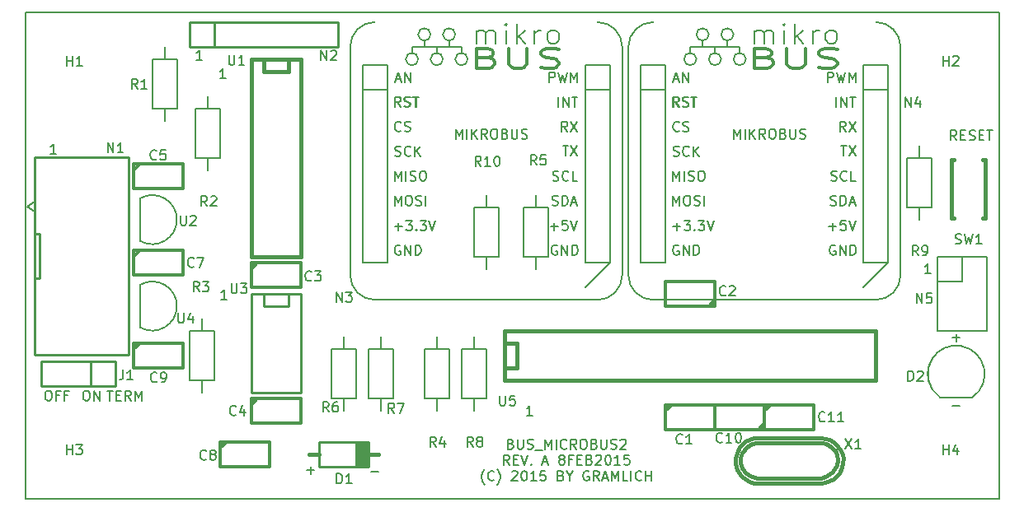
<source format=gto>
%FSLAX36Y36*%
G04 Gerber Fmt 3.6, Leading zero omitted, Abs format (unit inch)*
G04 Created by KiCad (PCBNEW (2014-jul-16 BZR unknown)-product) date Sun 08 Feb 2015 09:31:18 PM PST*
%MOIN*%
G01*
G04 APERTURE LIST*
%ADD10C,0.003937*%
%ADD11C,0.008000*%
%ADD12C,0.012000*%
%ADD13C,0.015000*%
%ADD14C,0.010000*%
%ADD15C,0.005906*%
%ADD16C,0.006000*%
G04 APERTURE END LIST*
D10*
D11*
X7596429Y-4993095D02*
X7573571Y-4993095D01*
X7585000Y-4993095D02*
X7585000Y-4953095D01*
X7581191Y-4958810D01*
X7577381Y-4962619D01*
X7573571Y-4964524D01*
X5986429Y-5568095D02*
X5963571Y-5568095D01*
X5975000Y-5568095D02*
X5975000Y-5528095D01*
X5971191Y-5533810D01*
X5967381Y-5537619D01*
X5963571Y-5539524D01*
X4751429Y-5098095D02*
X4728571Y-5098095D01*
X4740000Y-5098095D02*
X4740000Y-5058095D01*
X4736191Y-5063810D01*
X4732381Y-5067619D01*
X4728571Y-5069524D01*
X4746429Y-4203095D02*
X4723571Y-4203095D01*
X4735000Y-4203095D02*
X4735000Y-4163095D01*
X4731191Y-4168810D01*
X4727381Y-4172619D01*
X4723571Y-4174524D01*
X5900238Y-5683143D02*
X5905952Y-5685048D01*
X5907857Y-5686952D01*
X5909762Y-5690762D01*
X5909762Y-5696476D01*
X5907857Y-5700286D01*
X5905952Y-5702190D01*
X5902143Y-5704095D01*
X5886905Y-5704095D01*
X5886905Y-5664095D01*
X5900238Y-5664095D01*
X5904048Y-5666000D01*
X5905952Y-5667905D01*
X5907857Y-5671714D01*
X5907857Y-5675524D01*
X5905952Y-5679333D01*
X5904048Y-5681238D01*
X5900238Y-5683143D01*
X5886905Y-5683143D01*
X5926905Y-5664095D02*
X5926905Y-5696476D01*
X5928810Y-5700286D01*
X5930714Y-5702190D01*
X5934524Y-5704095D01*
X5942143Y-5704095D01*
X5945952Y-5702190D01*
X5947857Y-5700286D01*
X5949762Y-5696476D01*
X5949762Y-5664095D01*
X5966905Y-5702190D02*
X5972619Y-5704095D01*
X5982143Y-5704095D01*
X5985952Y-5702190D01*
X5987857Y-5700286D01*
X5989762Y-5696476D01*
X5989762Y-5692667D01*
X5987857Y-5688857D01*
X5985952Y-5686952D01*
X5982143Y-5685048D01*
X5974524Y-5683143D01*
X5970714Y-5681238D01*
X5968810Y-5679333D01*
X5966905Y-5675524D01*
X5966905Y-5671714D01*
X5968810Y-5667905D01*
X5970714Y-5666000D01*
X5974524Y-5664095D01*
X5984048Y-5664095D01*
X5989762Y-5666000D01*
X5997381Y-5707905D02*
X6027857Y-5707905D01*
X6037381Y-5704095D02*
X6037381Y-5664095D01*
X6050714Y-5692667D01*
X6064048Y-5664095D01*
X6064048Y-5704095D01*
X6083095Y-5704095D02*
X6083095Y-5664095D01*
X6125000Y-5700286D02*
X6123095Y-5702190D01*
X6117381Y-5704095D01*
X6113571Y-5704095D01*
X6107857Y-5702190D01*
X6104048Y-5698381D01*
X6102143Y-5694571D01*
X6100238Y-5686952D01*
X6100238Y-5681238D01*
X6102143Y-5673619D01*
X6104048Y-5669810D01*
X6107857Y-5666000D01*
X6113571Y-5664095D01*
X6117381Y-5664095D01*
X6123095Y-5666000D01*
X6125000Y-5667905D01*
X6165000Y-5704095D02*
X6151667Y-5685048D01*
X6142143Y-5704095D02*
X6142143Y-5664095D01*
X6157381Y-5664095D01*
X6161190Y-5666000D01*
X6163095Y-5667905D01*
X6165000Y-5671714D01*
X6165000Y-5677429D01*
X6163095Y-5681238D01*
X6161190Y-5683143D01*
X6157381Y-5685048D01*
X6142143Y-5685048D01*
X6189762Y-5664095D02*
X6197381Y-5664095D01*
X6201190Y-5666000D01*
X6205000Y-5669810D01*
X6206905Y-5677429D01*
X6206905Y-5690762D01*
X6205000Y-5698381D01*
X6201190Y-5702190D01*
X6197381Y-5704095D01*
X6189762Y-5704095D01*
X6185952Y-5702190D01*
X6182143Y-5698381D01*
X6180238Y-5690762D01*
X6180238Y-5677429D01*
X6182143Y-5669810D01*
X6185952Y-5666000D01*
X6189762Y-5664095D01*
X6237381Y-5683143D02*
X6243095Y-5685048D01*
X6245000Y-5686952D01*
X6246905Y-5690762D01*
X6246905Y-5696476D01*
X6245000Y-5700286D01*
X6243095Y-5702190D01*
X6239286Y-5704095D01*
X6224048Y-5704095D01*
X6224048Y-5664095D01*
X6237381Y-5664095D01*
X6241190Y-5666000D01*
X6243095Y-5667905D01*
X6245000Y-5671714D01*
X6245000Y-5675524D01*
X6243095Y-5679333D01*
X6241190Y-5681238D01*
X6237381Y-5683143D01*
X6224048Y-5683143D01*
X6264048Y-5664095D02*
X6264048Y-5696476D01*
X6265952Y-5700286D01*
X6267857Y-5702190D01*
X6271667Y-5704095D01*
X6279286Y-5704095D01*
X6283095Y-5702190D01*
X6285000Y-5700286D01*
X6286905Y-5696476D01*
X6286905Y-5664095D01*
X6304048Y-5702190D02*
X6309762Y-5704095D01*
X6319286Y-5704095D01*
X6323095Y-5702190D01*
X6325000Y-5700286D01*
X6326905Y-5696476D01*
X6326905Y-5692667D01*
X6325000Y-5688857D01*
X6323095Y-5686952D01*
X6319286Y-5685048D01*
X6311667Y-5683143D01*
X6307857Y-5681238D01*
X6305952Y-5679333D01*
X6304048Y-5675524D01*
X6304048Y-5671714D01*
X6305952Y-5667905D01*
X6307857Y-5666000D01*
X6311667Y-5664095D01*
X6321190Y-5664095D01*
X6326905Y-5666000D01*
X6342143Y-5667905D02*
X6344048Y-5666000D01*
X6347857Y-5664095D01*
X6357381Y-5664095D01*
X6361190Y-5666000D01*
X6363095Y-5667905D01*
X6365000Y-5671714D01*
X6365000Y-5675524D01*
X6363095Y-5681238D01*
X6340238Y-5704095D01*
X6365000Y-5704095D01*
X5894524Y-5768095D02*
X5881191Y-5749048D01*
X5871667Y-5768095D02*
X5871667Y-5728095D01*
X5886905Y-5728095D01*
X5890714Y-5730000D01*
X5892619Y-5731905D01*
X5894524Y-5735714D01*
X5894524Y-5741429D01*
X5892619Y-5745238D01*
X5890714Y-5747143D01*
X5886905Y-5749048D01*
X5871667Y-5749048D01*
X5911667Y-5747143D02*
X5925000Y-5747143D01*
X5930714Y-5768095D02*
X5911667Y-5768095D01*
X5911667Y-5728095D01*
X5930714Y-5728095D01*
X5942143Y-5728095D02*
X5955476Y-5768095D01*
X5968810Y-5728095D01*
X5982143Y-5764286D02*
X5984048Y-5766190D01*
X5982143Y-5768095D01*
X5980238Y-5766190D01*
X5982143Y-5764286D01*
X5982143Y-5768095D01*
X6029762Y-5756667D02*
X6048810Y-5756667D01*
X6025952Y-5768095D02*
X6039286Y-5728095D01*
X6052619Y-5768095D01*
X6102143Y-5745238D02*
X6098333Y-5743333D01*
X6096429Y-5741429D01*
X6094524Y-5737619D01*
X6094524Y-5735714D01*
X6096429Y-5731905D01*
X6098333Y-5730000D01*
X6102143Y-5728095D01*
X6109762Y-5728095D01*
X6113571Y-5730000D01*
X6115476Y-5731905D01*
X6117381Y-5735714D01*
X6117381Y-5737619D01*
X6115476Y-5741429D01*
X6113571Y-5743333D01*
X6109762Y-5745238D01*
X6102143Y-5745238D01*
X6098333Y-5747143D01*
X6096429Y-5749048D01*
X6094524Y-5752857D01*
X6094524Y-5760476D01*
X6096429Y-5764286D01*
X6098333Y-5766190D01*
X6102143Y-5768095D01*
X6109762Y-5768095D01*
X6113571Y-5766190D01*
X6115476Y-5764286D01*
X6117381Y-5760476D01*
X6117381Y-5752857D01*
X6115476Y-5749048D01*
X6113571Y-5747143D01*
X6109762Y-5745238D01*
X6147857Y-5747143D02*
X6134524Y-5747143D01*
X6134524Y-5768095D02*
X6134524Y-5728095D01*
X6153571Y-5728095D01*
X6168810Y-5747143D02*
X6182143Y-5747143D01*
X6187857Y-5768095D02*
X6168810Y-5768095D01*
X6168810Y-5728095D01*
X6187857Y-5728095D01*
X6218333Y-5747143D02*
X6224048Y-5749048D01*
X6225952Y-5750952D01*
X6227857Y-5754762D01*
X6227857Y-5760476D01*
X6225952Y-5764286D01*
X6224048Y-5766190D01*
X6220238Y-5768095D01*
X6205000Y-5768095D01*
X6205000Y-5728095D01*
X6218333Y-5728095D01*
X6222143Y-5730000D01*
X6224048Y-5731905D01*
X6225952Y-5735714D01*
X6225952Y-5739524D01*
X6224048Y-5743333D01*
X6222143Y-5745238D01*
X6218333Y-5747143D01*
X6205000Y-5747143D01*
X6243095Y-5731905D02*
X6245000Y-5730000D01*
X6248810Y-5728095D01*
X6258333Y-5728095D01*
X6262143Y-5730000D01*
X6264048Y-5731905D01*
X6265952Y-5735714D01*
X6265952Y-5739524D01*
X6264048Y-5745238D01*
X6241190Y-5768095D01*
X6265952Y-5768095D01*
X6290714Y-5728095D02*
X6294524Y-5728095D01*
X6298333Y-5730000D01*
X6300238Y-5731905D01*
X6302143Y-5735714D01*
X6304048Y-5743333D01*
X6304048Y-5752857D01*
X6302143Y-5760476D01*
X6300238Y-5764286D01*
X6298333Y-5766190D01*
X6294524Y-5768095D01*
X6290714Y-5768095D01*
X6286905Y-5766190D01*
X6285000Y-5764286D01*
X6283095Y-5760476D01*
X6281190Y-5752857D01*
X6281190Y-5743333D01*
X6283095Y-5735714D01*
X6285000Y-5731905D01*
X6286905Y-5730000D01*
X6290714Y-5728095D01*
X6342143Y-5768095D02*
X6319286Y-5768095D01*
X6330714Y-5768095D02*
X6330714Y-5728095D01*
X6326905Y-5733810D01*
X6323095Y-5737619D01*
X6319286Y-5739524D01*
X6378333Y-5728095D02*
X6359286Y-5728095D01*
X6357381Y-5747143D01*
X6359286Y-5745238D01*
X6363095Y-5743333D01*
X6372619Y-5743333D01*
X6376429Y-5745238D01*
X6378333Y-5747143D01*
X6380238Y-5750952D01*
X6380238Y-5760476D01*
X6378333Y-5764286D01*
X6376429Y-5766190D01*
X6372619Y-5768095D01*
X6363095Y-5768095D01*
X6359286Y-5766190D01*
X6357381Y-5764286D01*
X5793571Y-5847333D02*
X5791667Y-5845429D01*
X5787857Y-5839714D01*
X5785952Y-5835905D01*
X5784048Y-5830190D01*
X5782143Y-5820667D01*
X5782143Y-5813048D01*
X5784048Y-5803524D01*
X5785952Y-5797810D01*
X5787857Y-5794000D01*
X5791667Y-5788286D01*
X5793571Y-5786381D01*
X5831667Y-5828286D02*
X5829762Y-5830190D01*
X5824048Y-5832095D01*
X5820238Y-5832095D01*
X5814524Y-5830190D01*
X5810714Y-5826381D01*
X5808810Y-5822571D01*
X5806905Y-5814952D01*
X5806905Y-5809238D01*
X5808810Y-5801619D01*
X5810714Y-5797810D01*
X5814524Y-5794000D01*
X5820238Y-5792095D01*
X5824048Y-5792095D01*
X5829762Y-5794000D01*
X5831667Y-5795905D01*
X5845000Y-5847333D02*
X5846905Y-5845429D01*
X5850714Y-5839714D01*
X5852619Y-5835905D01*
X5854524Y-5830190D01*
X5856429Y-5820667D01*
X5856429Y-5813048D01*
X5854524Y-5803524D01*
X5852619Y-5797810D01*
X5850714Y-5794000D01*
X5846905Y-5788286D01*
X5845000Y-5786381D01*
X5904048Y-5795905D02*
X5905952Y-5794000D01*
X5909762Y-5792095D01*
X5919286Y-5792095D01*
X5923095Y-5794000D01*
X5925000Y-5795905D01*
X5926905Y-5799714D01*
X5926905Y-5803524D01*
X5925000Y-5809238D01*
X5902143Y-5832095D01*
X5926905Y-5832095D01*
X5951667Y-5792095D02*
X5955476Y-5792095D01*
X5959286Y-5794000D01*
X5961190Y-5795905D01*
X5963095Y-5799714D01*
X5965000Y-5807333D01*
X5965000Y-5816857D01*
X5963095Y-5824476D01*
X5961190Y-5828286D01*
X5959286Y-5830190D01*
X5955476Y-5832095D01*
X5951667Y-5832095D01*
X5947857Y-5830190D01*
X5945952Y-5828286D01*
X5944048Y-5824476D01*
X5942143Y-5816857D01*
X5942143Y-5807333D01*
X5944048Y-5799714D01*
X5945952Y-5795905D01*
X5947857Y-5794000D01*
X5951667Y-5792095D01*
X6003095Y-5832095D02*
X5980238Y-5832095D01*
X5991667Y-5832095D02*
X5991667Y-5792095D01*
X5987857Y-5797810D01*
X5984048Y-5801619D01*
X5980238Y-5803524D01*
X6039286Y-5792095D02*
X6020238Y-5792095D01*
X6018333Y-5811143D01*
X6020238Y-5809238D01*
X6024048Y-5807333D01*
X6033571Y-5807333D01*
X6037381Y-5809238D01*
X6039286Y-5811143D01*
X6041190Y-5814952D01*
X6041190Y-5824476D01*
X6039286Y-5828286D01*
X6037381Y-5830190D01*
X6033571Y-5832095D01*
X6024048Y-5832095D01*
X6020238Y-5830190D01*
X6018333Y-5828286D01*
X6102143Y-5811143D02*
X6107857Y-5813048D01*
X6109762Y-5814952D01*
X6111667Y-5818762D01*
X6111667Y-5824476D01*
X6109762Y-5828286D01*
X6107857Y-5830190D01*
X6104048Y-5832095D01*
X6088810Y-5832095D01*
X6088810Y-5792095D01*
X6102143Y-5792095D01*
X6105952Y-5794000D01*
X6107857Y-5795905D01*
X6109762Y-5799714D01*
X6109762Y-5803524D01*
X6107857Y-5807333D01*
X6105952Y-5809238D01*
X6102143Y-5811143D01*
X6088810Y-5811143D01*
X6136429Y-5813048D02*
X6136429Y-5832095D01*
X6123095Y-5792095D02*
X6136429Y-5813048D01*
X6149762Y-5792095D01*
X6214524Y-5794000D02*
X6210714Y-5792095D01*
X6205000Y-5792095D01*
X6199286Y-5794000D01*
X6195476Y-5797810D01*
X6193571Y-5801619D01*
X6191667Y-5809238D01*
X6191667Y-5814952D01*
X6193571Y-5822571D01*
X6195476Y-5826381D01*
X6199286Y-5830190D01*
X6205000Y-5832095D01*
X6208809Y-5832095D01*
X6214524Y-5830190D01*
X6216429Y-5828286D01*
X6216429Y-5814952D01*
X6208809Y-5814952D01*
X6256429Y-5832095D02*
X6243095Y-5813048D01*
X6233571Y-5832095D02*
X6233571Y-5792095D01*
X6248809Y-5792095D01*
X6252619Y-5794000D01*
X6254524Y-5795905D01*
X6256429Y-5799714D01*
X6256429Y-5805429D01*
X6254524Y-5809238D01*
X6252619Y-5811143D01*
X6248809Y-5813048D01*
X6233571Y-5813048D01*
X6271667Y-5820667D02*
X6290714Y-5820667D01*
X6267857Y-5832095D02*
X6281190Y-5792095D01*
X6294524Y-5832095D01*
X6307857Y-5832095D02*
X6307857Y-5792095D01*
X6321190Y-5820667D01*
X6334524Y-5792095D01*
X6334524Y-5832095D01*
X6372619Y-5832095D02*
X6353571Y-5832095D01*
X6353571Y-5792095D01*
X6385952Y-5832095D02*
X6385952Y-5792095D01*
X6427857Y-5828286D02*
X6425952Y-5830190D01*
X6420238Y-5832095D01*
X6416429Y-5832095D01*
X6410714Y-5830190D01*
X6406905Y-5826381D01*
X6405000Y-5822571D01*
X6403095Y-5814952D01*
X6403095Y-5809238D01*
X6405000Y-5801619D01*
X6406905Y-5797810D01*
X6410714Y-5794000D01*
X6416429Y-5792095D01*
X6420238Y-5792095D01*
X6425952Y-5794000D01*
X6427857Y-5795905D01*
X6445000Y-5832095D02*
X6445000Y-5792095D01*
X6445000Y-5811143D02*
X6467857Y-5811143D01*
X6467857Y-5832095D02*
X6467857Y-5792095D01*
X7701905Y-4453095D02*
X7688571Y-4434048D01*
X7679048Y-4453095D02*
X7679048Y-4413095D01*
X7694286Y-4413095D01*
X7698095Y-4415000D01*
X7700000Y-4416905D01*
X7701905Y-4420714D01*
X7701905Y-4426429D01*
X7700000Y-4430238D01*
X7698095Y-4432143D01*
X7694286Y-4434048D01*
X7679048Y-4434048D01*
X7719048Y-4432143D02*
X7732381Y-4432143D01*
X7738095Y-4453095D02*
X7719048Y-4453095D01*
X7719048Y-4413095D01*
X7738095Y-4413095D01*
X7753333Y-4451190D02*
X7759048Y-4453095D01*
X7768571Y-4453095D01*
X7772381Y-4451190D01*
X7774286Y-4449286D01*
X7776190Y-4445476D01*
X7776190Y-4441667D01*
X7774286Y-4437857D01*
X7772381Y-4435952D01*
X7768571Y-4434048D01*
X7760952Y-4432143D01*
X7757143Y-4430238D01*
X7755238Y-4428333D01*
X7753333Y-4424524D01*
X7753333Y-4420714D01*
X7755238Y-4416905D01*
X7757143Y-4415000D01*
X7760952Y-4413095D01*
X7770476Y-4413095D01*
X7776190Y-4415000D01*
X7793333Y-4432143D02*
X7806667Y-4432143D01*
X7812381Y-4453095D02*
X7793333Y-4453095D01*
X7793333Y-4413095D01*
X7812381Y-4413095D01*
X7823810Y-4413095D02*
X7846667Y-4413095D01*
X7835238Y-4453095D02*
X7835238Y-4413095D01*
X4651429Y-4128095D02*
X4628571Y-4128095D01*
X4640000Y-4128095D02*
X4640000Y-4088095D01*
X4636191Y-4093810D01*
X4632381Y-4097619D01*
X4628571Y-4099524D01*
X4061429Y-4508095D02*
X4038571Y-4508095D01*
X4050000Y-4508095D02*
X4050000Y-4468095D01*
X4046191Y-4473810D01*
X4042381Y-4477619D01*
X4038571Y-4479524D01*
X4267619Y-5468095D02*
X4290476Y-5468095D01*
X4279048Y-5508095D02*
X4279048Y-5468095D01*
X4303810Y-5487143D02*
X4317143Y-5487143D01*
X4322857Y-5508095D02*
X4303810Y-5508095D01*
X4303810Y-5468095D01*
X4322857Y-5468095D01*
X4362857Y-5508095D02*
X4349524Y-5489048D01*
X4340000Y-5508095D02*
X4340000Y-5468095D01*
X4355238Y-5468095D01*
X4359048Y-5470000D01*
X4360952Y-5471905D01*
X4362857Y-5475714D01*
X4362857Y-5481429D01*
X4360952Y-5485238D01*
X4359048Y-5487143D01*
X4355238Y-5489048D01*
X4340000Y-5489048D01*
X4380000Y-5508095D02*
X4380000Y-5468095D01*
X4393333Y-5496667D01*
X4406667Y-5468095D01*
X4406667Y-5508095D01*
X4026905Y-5468095D02*
X4034524Y-5468095D01*
X4038333Y-5470000D01*
X4042143Y-5473810D01*
X4044048Y-5481429D01*
X4044048Y-5494762D01*
X4042143Y-5502381D01*
X4038333Y-5506190D01*
X4034524Y-5508095D01*
X4026905Y-5508095D01*
X4023095Y-5506190D01*
X4019286Y-5502381D01*
X4017381Y-5494762D01*
X4017381Y-5481429D01*
X4019286Y-5473810D01*
X4023095Y-5470000D01*
X4026905Y-5468095D01*
X4074524Y-5487143D02*
X4061191Y-5487143D01*
X4061191Y-5508095D02*
X4061191Y-5468095D01*
X4080238Y-5468095D01*
X4108810Y-5487143D02*
X4095476Y-5487143D01*
X4095476Y-5508095D02*
X4095476Y-5468095D01*
X4114524Y-5468095D01*
X3937008Y-5905512D02*
X3937008Y-3937008D01*
X7874016Y-5905512D02*
X3937008Y-5905512D01*
X7874016Y-3937008D02*
X7874016Y-5905512D01*
X3937008Y-3937008D02*
X7874016Y-3937008D01*
X4180238Y-5468095D02*
X4187857Y-5468095D01*
X4191667Y-5470000D01*
X4195476Y-5473810D01*
X4197381Y-5481429D01*
X4197381Y-5494762D01*
X4195476Y-5502381D01*
X4191667Y-5506190D01*
X4187857Y-5508095D01*
X4180238Y-5508095D01*
X4176429Y-5506190D01*
X4172619Y-5502381D01*
X4170714Y-5494762D01*
X4170714Y-5481429D01*
X4172619Y-5473810D01*
X4176429Y-5470000D01*
X4180238Y-5468095D01*
X4214524Y-5508095D02*
X4214524Y-5468095D01*
X4237381Y-5508095D01*
X4237381Y-5468095D01*
D12*
X6527000Y-5525000D02*
X6725000Y-5525000D01*
X6725000Y-5525000D02*
X6725000Y-5625000D01*
X6725000Y-5625000D02*
X6525000Y-5625000D01*
X6525000Y-5625000D02*
X6525000Y-5525000D01*
X6525000Y-5550000D02*
X6550000Y-5525000D01*
X6723000Y-5125000D02*
X6525000Y-5125000D01*
X6525000Y-5125000D02*
X6525000Y-5025000D01*
X6525000Y-5025000D02*
X6725000Y-5025000D01*
X6725000Y-5025000D02*
X6725000Y-5125000D01*
X6725000Y-5100000D02*
X6700000Y-5125000D01*
X4852000Y-4950000D02*
X5050000Y-4950000D01*
X5050000Y-4950000D02*
X5050000Y-5050000D01*
X5050000Y-5050000D02*
X4850000Y-5050000D01*
X4850000Y-5050000D02*
X4850000Y-4950000D01*
X4850000Y-4975000D02*
X4875000Y-4950000D01*
X4852000Y-5500000D02*
X5050000Y-5500000D01*
X5050000Y-5500000D02*
X5050000Y-5600000D01*
X5050000Y-5600000D02*
X4850000Y-5600000D01*
X4850000Y-5600000D02*
X4850000Y-5500000D01*
X4850000Y-5525000D02*
X4875000Y-5500000D01*
X4377000Y-4550000D02*
X4575000Y-4550000D01*
X4575000Y-4550000D02*
X4575000Y-4650000D01*
X4575000Y-4650000D02*
X4375000Y-4650000D01*
X4375000Y-4650000D02*
X4375000Y-4550000D01*
X4375000Y-4575000D02*
X4400000Y-4550000D01*
X4377000Y-4900000D02*
X4575000Y-4900000D01*
X4575000Y-4900000D02*
X4575000Y-5000000D01*
X4575000Y-5000000D02*
X4375000Y-5000000D01*
X4375000Y-5000000D02*
X4375000Y-4900000D01*
X4375000Y-4925000D02*
X4400000Y-4900000D01*
X4727000Y-5675000D02*
X4925000Y-5675000D01*
X4925000Y-5675000D02*
X4925000Y-5775000D01*
X4925000Y-5775000D02*
X4725000Y-5775000D01*
X4725000Y-5775000D02*
X4725000Y-5675000D01*
X4725000Y-5700000D02*
X4750000Y-5675000D01*
X4377000Y-5275000D02*
X4575000Y-5275000D01*
X4575000Y-5275000D02*
X4575000Y-5375000D01*
X4575000Y-5375000D02*
X4375000Y-5375000D01*
X4375000Y-5375000D02*
X4375000Y-5275000D01*
X4375000Y-5300000D02*
X4400000Y-5275000D01*
X6923000Y-5625000D02*
X6725000Y-5625000D01*
X6725000Y-5625000D02*
X6725000Y-5525000D01*
X6725000Y-5525000D02*
X6925000Y-5525000D01*
X6925000Y-5525000D02*
X6925000Y-5625000D01*
X6925000Y-5600000D02*
X6900000Y-5625000D01*
X6927000Y-5525000D02*
X7125000Y-5525000D01*
X7125000Y-5525000D02*
X7125000Y-5625000D01*
X7125000Y-5625000D02*
X6925000Y-5625000D01*
X6925000Y-5625000D02*
X6925000Y-5525000D01*
X6925000Y-5550000D02*
X6950000Y-5525000D01*
D13*
X5125000Y-5725000D02*
X5085000Y-5725000D01*
X5315000Y-5725000D02*
X5365000Y-5725000D01*
D14*
X5305000Y-5675000D02*
X5305000Y-5775000D01*
X5295000Y-5675000D02*
X5295000Y-5775000D01*
X5285000Y-5675000D02*
X5285000Y-5775000D01*
X5315000Y-5675000D02*
X5315000Y-5775000D01*
X5275000Y-5675000D02*
X5325000Y-5775000D01*
X5325000Y-5675000D02*
X5275000Y-5775000D01*
X5275000Y-5675000D02*
X5275000Y-5775000D01*
X5300000Y-5675000D02*
X5300000Y-5775000D01*
X5325000Y-5775000D02*
X5325000Y-5675000D01*
X5325000Y-5675000D02*
X5125000Y-5675000D01*
X5125000Y-5675000D02*
X5125000Y-5775000D01*
X5125000Y-5775000D02*
X5325000Y-5775000D01*
D15*
X7605000Y-5335000D02*
G75*
G03X7635000Y-5495000I95000J-65000D01*
G74*
G01*
X7635000Y-5495000D02*
X7765000Y-5495000D01*
X7765000Y-5495000D02*
G75*
G03X7605000Y-5465000I-65000J95000D01*
G74*
G01*
D14*
X4200000Y-5350000D02*
X4000000Y-5350000D01*
X4000000Y-5350000D02*
X4000000Y-5450000D01*
X4000000Y-5450000D02*
X4200000Y-5450000D01*
X4300000Y-5450000D02*
X4200000Y-5450000D01*
X4200000Y-5450000D02*
X4200000Y-5350000D01*
X4300000Y-5450000D02*
X4300000Y-5350000D01*
X4300000Y-5350000D02*
X4200000Y-5350000D01*
D15*
X3943780Y-4721260D02*
X3973780Y-4701260D01*
X3943780Y-4721260D02*
X3973780Y-4741260D01*
D14*
X3973780Y-5011260D02*
X3993780Y-5011260D01*
X3993780Y-5011260D02*
X3993780Y-4831260D01*
X3993780Y-4831260D02*
X3973780Y-4831260D01*
X4353780Y-4521260D02*
X4353780Y-5321260D01*
X4353780Y-5321260D02*
X3973780Y-5321260D01*
X3973780Y-5321260D02*
X3973780Y-4521260D01*
X3973780Y-4521260D02*
X4353780Y-4521260D01*
X4700000Y-3975000D02*
X5200000Y-3975000D01*
X5200000Y-3975000D02*
X5200000Y-4075000D01*
X5200000Y-4075000D02*
X4700000Y-4075000D01*
X4600000Y-3975000D02*
X4700000Y-3975000D01*
X4700000Y-3975000D02*
X4700000Y-4075000D01*
X4600000Y-3975000D02*
X4600000Y-4075000D01*
X4600000Y-4075000D02*
X4700000Y-4075000D01*
D15*
X5575000Y-4025000D02*
G75*
G03X5575000Y-4025000I-25000J0D01*
G74*
G01*
X5675000Y-4025000D02*
G75*
G03X5675000Y-4025000I-25000J0D01*
G74*
G01*
X5725000Y-4125000D02*
G75*
G03X5725000Y-4125000I-25000J0D01*
G74*
G01*
X5625000Y-4125000D02*
G75*
G03X5625000Y-4125000I-25000J0D01*
G74*
G01*
X5525000Y-4125000D02*
G75*
G03X5525000Y-4125000I-25000J0D01*
G74*
G01*
X5650000Y-4075000D02*
X5700000Y-4075000D01*
X5700000Y-4075000D02*
X5700000Y-4100000D01*
X5600000Y-4075000D02*
X5650000Y-4075000D01*
X5650000Y-4075000D02*
X5650000Y-4050000D01*
X5550000Y-4075000D02*
X5600000Y-4075000D01*
X5600000Y-4075000D02*
X5600000Y-4100000D01*
X5500000Y-4100000D02*
X5500000Y-4075000D01*
X5500000Y-4075000D02*
X5550000Y-4075000D01*
X5550000Y-4075000D02*
X5550000Y-4050000D01*
X6350000Y-5000000D02*
X6350000Y-4075000D01*
X5350000Y-5100000D02*
X6250000Y-5100000D01*
X5250000Y-4075000D02*
X5250000Y-5000000D01*
X6250000Y-5100000D02*
G75*
G03X6350000Y-5000000I0J100000D01*
G74*
G01*
X5250000Y-5000000D02*
G75*
G03X5350000Y-5100000I100000J0D01*
G74*
G01*
X5350000Y-3975000D02*
G75*
G03X5250000Y-4075000I0J-100000D01*
G74*
G01*
X6350000Y-4075000D02*
G75*
G03X6250000Y-3975000I-100000J0D01*
G74*
G01*
X6300000Y-4950000D02*
X6200000Y-5050000D01*
X6200000Y-4250000D02*
X6200000Y-4950000D01*
X6200000Y-4950000D02*
X6300000Y-4950000D01*
X6300000Y-4950000D02*
X6300000Y-4250000D01*
X6300000Y-4250000D02*
X6200000Y-4250000D01*
X6200000Y-4250000D02*
X6200000Y-4150000D01*
X6200000Y-4150000D02*
X6300000Y-4150000D01*
X6300000Y-4150000D02*
X6300000Y-4250000D01*
X5300000Y-4250000D02*
X5300000Y-4950000D01*
X5300000Y-4950000D02*
X5400000Y-4950000D01*
X5400000Y-4950000D02*
X5400000Y-4250000D01*
X5400000Y-4250000D02*
X5300000Y-4250000D01*
X5300000Y-4250000D02*
X5300000Y-4150000D01*
X5300000Y-4150000D02*
X5400000Y-4150000D01*
X5400000Y-4150000D02*
X5400000Y-4250000D01*
X6700000Y-4025000D02*
G75*
G03X6700000Y-4025000I-25000J0D01*
G74*
G01*
X6800000Y-4025000D02*
G75*
G03X6800000Y-4025000I-25000J0D01*
G74*
G01*
X6850000Y-4125000D02*
G75*
G03X6850000Y-4125000I-25000J0D01*
G74*
G01*
X6750000Y-4125000D02*
G75*
G03X6750000Y-4125000I-25000J0D01*
G74*
G01*
X6650000Y-4125000D02*
G75*
G03X6650000Y-4125000I-25000J0D01*
G74*
G01*
X6775000Y-4075000D02*
X6825000Y-4075000D01*
X6825000Y-4075000D02*
X6825000Y-4100000D01*
X6725000Y-4075000D02*
X6775000Y-4075000D01*
X6775000Y-4075000D02*
X6775000Y-4050000D01*
X6675000Y-4075000D02*
X6725000Y-4075000D01*
X6725000Y-4075000D02*
X6725000Y-4100000D01*
X6625000Y-4100000D02*
X6625000Y-4075000D01*
X6625000Y-4075000D02*
X6675000Y-4075000D01*
X6675000Y-4075000D02*
X6675000Y-4050000D01*
X7475000Y-5000000D02*
X7475000Y-4075000D01*
X6475000Y-5100000D02*
X7375000Y-5100000D01*
X6375000Y-4075000D02*
X6375000Y-5000000D01*
X7375000Y-5100000D02*
G75*
G03X7475000Y-5000000I0J100000D01*
G74*
G01*
X6375000Y-5000000D02*
G75*
G03X6475000Y-5100000I100000J0D01*
G74*
G01*
X6475000Y-3975000D02*
G75*
G03X6375000Y-4075000I0J-100000D01*
G74*
G01*
X7475000Y-4075000D02*
G75*
G03X7375000Y-3975000I-100000J0D01*
G74*
G01*
X7425000Y-4950000D02*
X7325000Y-5050000D01*
X7325000Y-4250000D02*
X7325000Y-4950000D01*
X7325000Y-4950000D02*
X7425000Y-4950000D01*
X7425000Y-4950000D02*
X7425000Y-4250000D01*
X7425000Y-4250000D02*
X7325000Y-4250000D01*
X7325000Y-4250000D02*
X7325000Y-4150000D01*
X7325000Y-4150000D02*
X7425000Y-4150000D01*
X7425000Y-4150000D02*
X7425000Y-4250000D01*
X6425000Y-4250000D02*
X6425000Y-4950000D01*
X6425000Y-4950000D02*
X6525000Y-4950000D01*
X6525000Y-4950000D02*
X6525000Y-4250000D01*
X6525000Y-4250000D02*
X6425000Y-4250000D01*
X6425000Y-4250000D02*
X6425000Y-4150000D01*
X6425000Y-4150000D02*
X6525000Y-4150000D01*
X6525000Y-4150000D02*
X6525000Y-4250000D01*
X7725000Y-4925000D02*
X7725000Y-5025000D01*
X7725000Y-5025000D02*
X7625000Y-5025000D01*
X7625000Y-4925000D02*
X7625000Y-5225000D01*
X7625000Y-5225000D02*
X7825000Y-5225000D01*
X7825000Y-5225000D02*
X7825000Y-5025000D01*
X7625000Y-4925000D02*
X7725000Y-4925000D01*
X7825000Y-4925000D02*
X7725000Y-4925000D01*
X7825000Y-5025000D02*
X7825000Y-4925000D01*
X4500000Y-4325000D02*
X4500000Y-4375000D01*
X4500000Y-4125000D02*
X4500000Y-4075000D01*
X4550000Y-4125000D02*
X4450000Y-4125000D01*
X4450000Y-4125000D02*
X4450000Y-4325000D01*
X4450000Y-4325000D02*
X4550000Y-4325000D01*
X4550000Y-4325000D02*
X4550000Y-4125000D01*
X4675000Y-4325000D02*
X4675000Y-4275000D01*
X4675000Y-4525000D02*
X4675000Y-4575000D01*
X4625000Y-4525000D02*
X4725000Y-4525000D01*
X4725000Y-4525000D02*
X4725000Y-4325000D01*
X4725000Y-4325000D02*
X4625000Y-4325000D01*
X4625000Y-4325000D02*
X4625000Y-4525000D01*
X4650000Y-5425000D02*
X4650000Y-5475000D01*
X4650000Y-5225000D02*
X4650000Y-5175000D01*
X4700000Y-5225000D02*
X4600000Y-5225000D01*
X4600000Y-5225000D02*
X4600000Y-5425000D01*
X4600000Y-5425000D02*
X4700000Y-5425000D01*
X4700000Y-5425000D02*
X4700000Y-5225000D01*
X5600000Y-5300000D02*
X5600000Y-5250000D01*
X5600000Y-5500000D02*
X5600000Y-5550000D01*
X5550000Y-5500000D02*
X5650000Y-5500000D01*
X5650000Y-5500000D02*
X5650000Y-5300000D01*
X5650000Y-5300000D02*
X5550000Y-5300000D01*
X5550000Y-5300000D02*
X5550000Y-5500000D01*
X6000000Y-4725000D02*
X6000000Y-4675000D01*
X6000000Y-4925000D02*
X6000000Y-4975000D01*
X5950000Y-4925000D02*
X6050000Y-4925000D01*
X6050000Y-4925000D02*
X6050000Y-4725000D01*
X6050000Y-4725000D02*
X5950000Y-4725000D01*
X5950000Y-4725000D02*
X5950000Y-4925000D01*
X5225000Y-5300000D02*
X5225000Y-5250000D01*
X5225000Y-5500000D02*
X5225000Y-5550000D01*
X5175000Y-5500000D02*
X5275000Y-5500000D01*
X5275000Y-5500000D02*
X5275000Y-5300000D01*
X5275000Y-5300000D02*
X5175000Y-5300000D01*
X5175000Y-5300000D02*
X5175000Y-5500000D01*
X5375000Y-5300000D02*
X5375000Y-5250000D01*
X5375000Y-5500000D02*
X5375000Y-5550000D01*
X5325000Y-5500000D02*
X5425000Y-5500000D01*
X5425000Y-5500000D02*
X5425000Y-5300000D01*
X5425000Y-5300000D02*
X5325000Y-5300000D01*
X5325000Y-5300000D02*
X5325000Y-5500000D01*
X5750000Y-5300000D02*
X5750000Y-5250000D01*
X5750000Y-5500000D02*
X5750000Y-5550000D01*
X5700000Y-5500000D02*
X5800000Y-5500000D01*
X5800000Y-5500000D02*
X5800000Y-5300000D01*
X5800000Y-5300000D02*
X5700000Y-5300000D01*
X5700000Y-5300000D02*
X5700000Y-5500000D01*
X7550000Y-4525000D02*
X7550000Y-4475000D01*
X7550000Y-4725000D02*
X7550000Y-4775000D01*
X7500000Y-4725000D02*
X7600000Y-4725000D01*
X7600000Y-4725000D02*
X7600000Y-4525000D01*
X7600000Y-4525000D02*
X7500000Y-4525000D01*
X7500000Y-4525000D02*
X7500000Y-4725000D01*
X5800000Y-4725000D02*
X5800000Y-4675000D01*
X5800000Y-4925000D02*
X5800000Y-4975000D01*
X5750000Y-4925000D02*
X5850000Y-4925000D01*
X5850000Y-4925000D02*
X5850000Y-4725000D01*
X5850000Y-4725000D02*
X5750000Y-4725000D01*
X5750000Y-4725000D02*
X5750000Y-4925000D01*
D13*
X7818900Y-4531900D02*
X7809100Y-4531900D01*
X7818900Y-4768100D02*
X7809100Y-4768100D01*
X7681100Y-4531900D02*
X7690900Y-4531900D01*
X7681100Y-4768100D02*
X7690900Y-4768100D01*
X7818900Y-4768100D02*
X7818900Y-4531900D01*
X7681100Y-4768100D02*
X7681100Y-4531900D01*
X5050000Y-4125000D02*
X5050000Y-4925000D01*
X4850000Y-4925000D02*
X4850000Y-4125000D01*
X4850000Y-4125000D02*
X5050000Y-4125000D01*
X5000000Y-4125000D02*
X5000000Y-4175000D01*
X5000000Y-4175000D02*
X4900000Y-4175000D01*
X4900000Y-4175000D02*
X4900000Y-4125000D01*
X5050000Y-4925000D02*
X4850000Y-4925000D01*
D15*
X4400522Y-4861301D02*
G75*
G03X4400000Y-4689000I49478J86301D01*
G74*
G01*
X4400000Y-4689000D02*
X4400000Y-4862000D01*
D14*
X5000000Y-5075000D02*
X5000000Y-5125000D01*
X5000000Y-5125000D02*
X4900000Y-5125000D01*
X4900000Y-5125000D02*
X4900000Y-5075000D01*
X5050000Y-5075000D02*
X5050000Y-5475000D01*
X5050000Y-5475000D02*
X4850000Y-5475000D01*
X4850000Y-5475000D02*
X4850000Y-5075000D01*
X4850000Y-5075000D02*
X5050000Y-5075000D01*
D15*
X4400522Y-5211301D02*
G75*
G03X4400000Y-5039000I49478J86301D01*
G74*
G01*
X4400000Y-5039000D02*
X4400000Y-5212000D01*
D13*
X5875000Y-5225000D02*
X7375000Y-5225000D01*
X7375000Y-5225000D02*
X7375000Y-5425000D01*
X7375000Y-5425000D02*
X5875000Y-5425000D01*
X5875000Y-5425000D02*
X5875000Y-5225000D01*
X5875000Y-5275000D02*
X5925000Y-5275000D01*
X5925000Y-5275000D02*
X5925000Y-5375000D01*
X5925000Y-5375000D02*
X5875000Y-5375000D01*
X7210000Y-5710600D02*
X7217900Y-5726400D01*
X7217900Y-5726400D02*
X7221900Y-5750000D01*
X7221900Y-5750000D02*
X7217900Y-5769700D01*
X7217900Y-5769700D02*
X7202200Y-5797200D01*
X7202200Y-5797200D02*
X7178500Y-5813000D01*
X7178500Y-5813000D02*
X7154900Y-5820900D01*
X7154900Y-5820900D02*
X6895100Y-5820900D01*
X6895100Y-5820900D02*
X6867500Y-5813000D01*
X6867500Y-5813000D02*
X6851800Y-5801200D01*
X6851800Y-5801200D02*
X6836000Y-5781500D01*
X6836000Y-5781500D02*
X6828100Y-5757900D01*
X6828100Y-5757900D02*
X6828100Y-5738200D01*
X6828100Y-5738200D02*
X6836000Y-5718500D01*
X6836000Y-5718500D02*
X6855700Y-5694900D01*
X6855700Y-5694900D02*
X6875400Y-5683100D01*
X6875400Y-5683100D02*
X6895100Y-5679100D01*
X6899000Y-5679100D02*
X7158900Y-5679100D01*
X7158900Y-5679100D02*
X7174600Y-5683100D01*
X7174600Y-5683100D02*
X7194300Y-5694900D01*
X7194300Y-5694900D02*
X7214000Y-5714600D01*
X6899400Y-5658300D02*
X6881300Y-5660200D01*
X6881300Y-5660200D02*
X6865600Y-5664600D01*
X6865600Y-5664600D02*
X6848600Y-5673200D01*
X6848600Y-5673200D02*
X6837200Y-5682300D01*
X6837200Y-5682300D02*
X6824200Y-5696100D01*
X6824200Y-5696100D02*
X6812800Y-5717300D01*
X6812800Y-5717300D02*
X6807700Y-5740900D01*
X6807700Y-5740900D02*
X6807700Y-5761000D01*
X6807700Y-5761000D02*
X6814400Y-5788600D01*
X6814400Y-5788600D02*
X6830100Y-5811800D01*
X6830100Y-5811800D02*
X6848200Y-5826400D01*
X6848200Y-5826400D02*
X6864800Y-5834600D01*
X6864800Y-5834600D02*
X6882500Y-5840900D01*
X6882500Y-5840900D02*
X6899800Y-5842100D01*
X7188800Y-5833500D02*
X7203700Y-5824800D01*
X7203700Y-5824800D02*
X7216300Y-5813800D01*
X7216300Y-5813800D02*
X7226200Y-5800800D01*
X7226200Y-5800800D02*
X7238000Y-5779100D01*
X7238000Y-5779100D02*
X7242300Y-5760600D01*
X7242300Y-5760600D02*
X7243100Y-5742500D01*
X7243100Y-5742500D02*
X7239600Y-5724400D01*
X7239600Y-5724400D02*
X7232100Y-5706700D01*
X7232100Y-5706700D02*
X7217900Y-5688200D01*
X7217900Y-5688200D02*
X7204100Y-5675600D01*
X7204100Y-5675600D02*
X7188800Y-5666500D01*
X7188800Y-5666500D02*
X7171900Y-5661000D01*
X7171900Y-5661000D02*
X7154500Y-5658300D01*
X6899000Y-5841700D02*
X7153000Y-5841700D01*
X7153000Y-5841700D02*
X7169500Y-5840200D01*
X7169500Y-5840200D02*
X7188800Y-5833500D01*
X6899000Y-5658300D02*
X7153000Y-5658300D01*
D11*
X6593333Y-5679286D02*
X6591429Y-5681190D01*
X6585714Y-5683095D01*
X6581905Y-5683095D01*
X6576191Y-5681190D01*
X6572381Y-5677381D01*
X6570476Y-5673571D01*
X6568571Y-5665952D01*
X6568571Y-5660238D01*
X6570476Y-5652619D01*
X6572381Y-5648810D01*
X6576191Y-5645000D01*
X6581905Y-5643095D01*
X6585714Y-5643095D01*
X6591429Y-5645000D01*
X6593333Y-5646905D01*
X6631429Y-5683095D02*
X6608571Y-5683095D01*
X6620000Y-5683095D02*
X6620000Y-5643095D01*
X6616191Y-5648810D01*
X6612381Y-5652619D01*
X6608571Y-5654524D01*
X6768333Y-5079286D02*
X6766429Y-5081190D01*
X6760714Y-5083095D01*
X6756905Y-5083095D01*
X6751191Y-5081190D01*
X6747381Y-5077381D01*
X6745476Y-5073571D01*
X6743571Y-5065952D01*
X6743571Y-5060238D01*
X6745476Y-5052619D01*
X6747381Y-5048810D01*
X6751191Y-5045000D01*
X6756905Y-5043095D01*
X6760714Y-5043095D01*
X6766429Y-5045000D01*
X6768333Y-5046905D01*
X6783571Y-5046905D02*
X6785476Y-5045000D01*
X6789286Y-5043095D01*
X6798810Y-5043095D01*
X6802619Y-5045000D01*
X6804524Y-5046905D01*
X6806429Y-5050714D01*
X6806429Y-5054524D01*
X6804524Y-5060238D01*
X6781667Y-5083095D01*
X6806429Y-5083095D01*
X5093333Y-5019286D02*
X5091429Y-5021190D01*
X5085714Y-5023095D01*
X5081905Y-5023095D01*
X5076191Y-5021190D01*
X5072381Y-5017381D01*
X5070476Y-5013571D01*
X5068571Y-5005952D01*
X5068571Y-5000238D01*
X5070476Y-4992619D01*
X5072381Y-4988810D01*
X5076191Y-4985000D01*
X5081905Y-4983095D01*
X5085714Y-4983095D01*
X5091429Y-4985000D01*
X5093333Y-4986905D01*
X5106667Y-4983095D02*
X5131429Y-4983095D01*
X5118095Y-4998333D01*
X5123810Y-4998333D01*
X5127619Y-5000238D01*
X5129524Y-5002143D01*
X5131429Y-5005952D01*
X5131429Y-5015476D01*
X5129524Y-5019286D01*
X5127619Y-5021190D01*
X5123810Y-5023095D01*
X5112381Y-5023095D01*
X5108571Y-5021190D01*
X5106667Y-5019286D01*
X4788333Y-5564286D02*
X4786429Y-5566190D01*
X4780714Y-5568095D01*
X4776905Y-5568095D01*
X4771191Y-5566190D01*
X4767381Y-5562381D01*
X4765476Y-5558571D01*
X4763571Y-5550952D01*
X4763571Y-5545238D01*
X4765476Y-5537619D01*
X4767381Y-5533810D01*
X4771191Y-5530000D01*
X4776905Y-5528095D01*
X4780714Y-5528095D01*
X4786429Y-5530000D01*
X4788333Y-5531905D01*
X4822619Y-5541429D02*
X4822619Y-5568095D01*
X4813095Y-5526190D02*
X4803571Y-5554762D01*
X4828333Y-5554762D01*
X4466759Y-4528853D02*
X4464854Y-4530757D01*
X4459139Y-4532662D01*
X4455330Y-4532662D01*
X4449616Y-4530757D01*
X4445806Y-4526948D01*
X4443901Y-4523138D01*
X4441997Y-4515519D01*
X4441997Y-4509805D01*
X4443901Y-4502186D01*
X4445806Y-4498376D01*
X4449616Y-4494567D01*
X4455330Y-4492662D01*
X4459139Y-4492662D01*
X4464854Y-4494567D01*
X4466759Y-4496472D01*
X4502949Y-4492662D02*
X4483901Y-4492662D01*
X4481997Y-4511710D01*
X4483901Y-4509805D01*
X4487711Y-4507900D01*
X4497235Y-4507900D01*
X4501044Y-4509805D01*
X4502949Y-4511710D01*
X4504854Y-4515519D01*
X4504854Y-4525043D01*
X4502949Y-4528853D01*
X4501044Y-4530757D01*
X4497235Y-4532662D01*
X4487711Y-4532662D01*
X4483901Y-4530757D01*
X4481997Y-4528853D01*
X4618333Y-4964286D02*
X4616429Y-4966190D01*
X4610714Y-4968095D01*
X4606905Y-4968095D01*
X4601191Y-4966190D01*
X4597381Y-4962381D01*
X4595476Y-4958571D01*
X4593571Y-4950952D01*
X4593571Y-4945238D01*
X4595476Y-4937619D01*
X4597381Y-4933810D01*
X4601191Y-4930000D01*
X4606905Y-4928095D01*
X4610714Y-4928095D01*
X4616429Y-4930000D01*
X4618333Y-4931905D01*
X4631667Y-4928095D02*
X4658333Y-4928095D01*
X4641191Y-4968095D01*
X4668333Y-5744286D02*
X4666429Y-5746190D01*
X4660714Y-5748095D01*
X4656905Y-5748095D01*
X4651191Y-5746190D01*
X4647381Y-5742381D01*
X4645476Y-5738571D01*
X4643571Y-5730952D01*
X4643571Y-5725238D01*
X4645476Y-5717619D01*
X4647381Y-5713810D01*
X4651191Y-5710000D01*
X4656905Y-5708095D01*
X4660714Y-5708095D01*
X4666429Y-5710000D01*
X4668333Y-5711905D01*
X4691191Y-5725238D02*
X4687381Y-5723333D01*
X4685476Y-5721429D01*
X4683571Y-5717619D01*
X4683571Y-5715714D01*
X4685476Y-5711905D01*
X4687381Y-5710000D01*
X4691191Y-5708095D01*
X4698810Y-5708095D01*
X4702619Y-5710000D01*
X4704524Y-5711905D01*
X4706429Y-5715714D01*
X4706429Y-5717619D01*
X4704524Y-5721429D01*
X4702619Y-5723333D01*
X4698810Y-5725238D01*
X4691191Y-5725238D01*
X4687381Y-5727143D01*
X4685476Y-5729048D01*
X4683571Y-5732857D01*
X4683571Y-5740476D01*
X4685476Y-5744286D01*
X4687381Y-5746190D01*
X4691191Y-5748095D01*
X4698810Y-5748095D01*
X4702619Y-5746190D01*
X4704524Y-5744286D01*
X4706429Y-5740476D01*
X4706429Y-5732857D01*
X4704524Y-5729048D01*
X4702619Y-5727143D01*
X4698810Y-5725238D01*
X4468333Y-5429286D02*
X4466429Y-5431190D01*
X4460714Y-5433095D01*
X4456905Y-5433095D01*
X4451191Y-5431190D01*
X4447381Y-5427381D01*
X4445476Y-5423571D01*
X4443571Y-5415952D01*
X4443571Y-5410238D01*
X4445476Y-5402619D01*
X4447381Y-5398810D01*
X4451191Y-5395000D01*
X4456905Y-5393095D01*
X4460714Y-5393095D01*
X4466429Y-5395000D01*
X4468333Y-5396905D01*
X4487381Y-5433095D02*
X4495000Y-5433095D01*
X4498810Y-5431190D01*
X4500714Y-5429286D01*
X4504524Y-5423571D01*
X4506429Y-5415952D01*
X4506429Y-5400714D01*
X4504524Y-5396905D01*
X4502619Y-5395000D01*
X4498810Y-5393095D01*
X4491191Y-5393095D01*
X4487381Y-5395000D01*
X4485476Y-5396905D01*
X4483571Y-5400714D01*
X4483571Y-5410238D01*
X4485476Y-5414048D01*
X4487381Y-5415952D01*
X4491191Y-5417857D01*
X4498810Y-5417857D01*
X4502619Y-5415952D01*
X4504524Y-5414048D01*
X4506429Y-5410238D01*
X6754286Y-5674286D02*
X6752381Y-5676190D01*
X6746667Y-5678095D01*
X6742857Y-5678095D01*
X6737143Y-5676190D01*
X6733333Y-5672381D01*
X6731429Y-5668571D01*
X6729524Y-5660952D01*
X6729524Y-5655238D01*
X6731429Y-5647619D01*
X6733333Y-5643810D01*
X6737143Y-5640000D01*
X6742857Y-5638095D01*
X6746667Y-5638095D01*
X6752381Y-5640000D01*
X6754286Y-5641905D01*
X6792381Y-5678095D02*
X6769524Y-5678095D01*
X6780952Y-5678095D02*
X6780952Y-5638095D01*
X6777143Y-5643810D01*
X6773333Y-5647619D01*
X6769524Y-5649524D01*
X6817143Y-5638095D02*
X6820952Y-5638095D01*
X6824762Y-5640000D01*
X6826667Y-5641905D01*
X6828571Y-5645714D01*
X6830476Y-5653333D01*
X6830476Y-5662857D01*
X6828571Y-5670476D01*
X6826667Y-5674286D01*
X6824762Y-5676190D01*
X6820952Y-5678095D01*
X6817143Y-5678095D01*
X6813333Y-5676190D01*
X6811429Y-5674286D01*
X6809524Y-5670476D01*
X6807619Y-5662857D01*
X6807619Y-5653333D01*
X6809524Y-5645714D01*
X6811429Y-5641905D01*
X6813333Y-5640000D01*
X6817143Y-5638095D01*
X7169286Y-5589286D02*
X7167381Y-5591190D01*
X7161667Y-5593095D01*
X7157857Y-5593095D01*
X7152143Y-5591190D01*
X7148333Y-5587381D01*
X7146429Y-5583571D01*
X7144524Y-5575952D01*
X7144524Y-5570238D01*
X7146429Y-5562619D01*
X7148333Y-5558810D01*
X7152143Y-5555000D01*
X7157857Y-5553095D01*
X7161667Y-5553095D01*
X7167381Y-5555000D01*
X7169286Y-5556905D01*
X7207381Y-5593095D02*
X7184524Y-5593095D01*
X7195952Y-5593095D02*
X7195952Y-5553095D01*
X7192143Y-5558810D01*
X7188333Y-5562619D01*
X7184524Y-5564524D01*
X7245476Y-5593095D02*
X7222619Y-5593095D01*
X7234048Y-5593095D02*
X7234048Y-5553095D01*
X7230238Y-5558810D01*
X7226429Y-5562619D01*
X7222619Y-5564524D01*
X5195476Y-5843095D02*
X5195476Y-5803095D01*
X5205000Y-5803095D01*
X5210714Y-5805000D01*
X5214524Y-5808810D01*
X5216429Y-5812619D01*
X5218333Y-5820238D01*
X5218333Y-5825952D01*
X5216429Y-5833571D01*
X5214524Y-5837381D01*
X5210714Y-5841190D01*
X5205000Y-5843095D01*
X5195476Y-5843095D01*
X5256429Y-5843095D02*
X5233571Y-5843095D01*
X5245000Y-5843095D02*
X5245000Y-5803095D01*
X5241191Y-5808810D01*
X5237381Y-5812619D01*
X5233571Y-5814524D01*
X5333384Y-5795180D02*
X5363860Y-5795180D01*
X5075116Y-5789274D02*
X5105592Y-5789274D01*
X5090354Y-5804513D02*
X5090354Y-5774036D01*
X7505476Y-5428095D02*
X7505476Y-5388095D01*
X7515000Y-5388095D01*
X7520714Y-5390000D01*
X7524524Y-5393810D01*
X7526429Y-5397619D01*
X7528333Y-5405238D01*
X7528333Y-5410952D01*
X7526429Y-5418571D01*
X7524524Y-5422381D01*
X7520714Y-5426190D01*
X7515000Y-5428095D01*
X7505476Y-5428095D01*
X7543571Y-5391905D02*
X7545476Y-5390000D01*
X7549286Y-5388095D01*
X7558810Y-5388095D01*
X7562619Y-5390000D01*
X7564524Y-5391905D01*
X7566429Y-5395714D01*
X7566429Y-5399524D01*
X7564524Y-5405238D01*
X7541667Y-5428095D01*
X7566429Y-5428095D01*
X7684762Y-5527857D02*
X7715238Y-5527857D01*
X7684762Y-5252857D02*
X7715238Y-5252857D01*
X7700000Y-5268095D02*
X7700000Y-5237619D01*
X4103382Y-4151954D02*
X4103382Y-4111954D01*
X4103382Y-4131001D02*
X4126239Y-4131001D01*
X4126239Y-4151954D02*
X4126239Y-4111954D01*
X4166239Y-4151954D02*
X4143382Y-4151954D01*
X4154811Y-4151954D02*
X4154811Y-4111954D01*
X4151001Y-4117668D01*
X4147192Y-4121477D01*
X4143382Y-4123382D01*
X7646689Y-4151954D02*
X7646689Y-4111954D01*
X7646689Y-4131001D02*
X7669546Y-4131001D01*
X7669546Y-4151954D02*
X7669546Y-4111954D01*
X7686689Y-4115763D02*
X7688594Y-4113858D01*
X7692403Y-4111954D01*
X7701927Y-4111954D01*
X7705737Y-4113858D01*
X7707642Y-4115763D01*
X7709546Y-4119573D01*
X7709546Y-4123382D01*
X7707642Y-4129096D01*
X7684784Y-4151954D01*
X7709546Y-4151954D01*
X4103382Y-5726757D02*
X4103382Y-5686757D01*
X4103382Y-5705804D02*
X4126239Y-5705804D01*
X4126239Y-5726757D02*
X4126239Y-5686757D01*
X4141477Y-5686757D02*
X4166239Y-5686757D01*
X4152906Y-5701995D01*
X4158620Y-5701995D01*
X4162430Y-5703900D01*
X4164334Y-5705804D01*
X4166239Y-5709614D01*
X4166239Y-5719138D01*
X4164334Y-5722947D01*
X4162430Y-5724852D01*
X4158620Y-5726757D01*
X4147192Y-5726757D01*
X4143382Y-5724852D01*
X4141477Y-5722947D01*
X7646689Y-5726757D02*
X7646689Y-5686757D01*
X7646689Y-5705804D02*
X7669546Y-5705804D01*
X7669546Y-5726757D02*
X7669546Y-5686757D01*
X7705737Y-5700090D02*
X7705737Y-5726757D01*
X7696213Y-5684852D02*
X7686689Y-5713423D01*
X7711451Y-5713423D01*
X4331667Y-5383095D02*
X4331667Y-5411667D01*
X4329762Y-5417381D01*
X4325952Y-5421190D01*
X4320238Y-5423095D01*
X4316429Y-5423095D01*
X4371667Y-5423095D02*
X4348810Y-5423095D01*
X4360238Y-5423095D02*
X4360238Y-5383095D01*
X4356429Y-5388810D01*
X4352619Y-5392619D01*
X4348810Y-5394524D01*
X4269524Y-4503095D02*
X4269524Y-4463095D01*
X4292381Y-4503095D01*
X4292381Y-4463095D01*
X4332381Y-4503095D02*
X4309524Y-4503095D01*
X4320952Y-4503095D02*
X4320952Y-4463095D01*
X4317143Y-4468810D01*
X4313333Y-4472619D01*
X4309524Y-4474524D01*
X5132524Y-4129095D02*
X5132524Y-4089095D01*
X5155381Y-4129095D01*
X5155381Y-4089095D01*
X5172524Y-4092905D02*
X5174429Y-4091000D01*
X5178238Y-4089095D01*
X5187762Y-4089095D01*
X5191571Y-4091000D01*
X5193476Y-4092905D01*
X5195381Y-4096714D01*
X5195381Y-4100524D01*
X5193476Y-4106238D01*
X5170619Y-4129095D01*
X5195381Y-4129095D01*
D16*
X5194524Y-5108095D02*
X5194524Y-5068095D01*
X5217381Y-5108095D01*
X5217381Y-5068095D01*
X5232619Y-5068095D02*
X5257381Y-5068095D01*
X5244048Y-5083333D01*
X5249762Y-5083333D01*
X5253571Y-5085238D01*
X5255476Y-5087143D01*
X5257381Y-5090952D01*
X5257381Y-5100476D01*
X5255476Y-5104286D01*
X5253571Y-5106190D01*
X5249762Y-5108095D01*
X5238333Y-5108095D01*
X5234524Y-5106190D01*
X5232619Y-5104286D01*
X5676190Y-4448095D02*
X5676190Y-4408095D01*
X5689524Y-4436667D01*
X5702857Y-4408095D01*
X5702857Y-4448095D01*
X5721905Y-4448095D02*
X5721905Y-4408095D01*
X5740952Y-4448095D02*
X5740952Y-4408095D01*
X5763810Y-4448095D02*
X5746667Y-4425238D01*
X5763810Y-4408095D02*
X5740952Y-4430952D01*
X5803810Y-4448095D02*
X5790476Y-4429048D01*
X5780952Y-4448095D02*
X5780952Y-4408095D01*
X5796190Y-4408095D01*
X5800000Y-4410000D01*
X5801905Y-4411905D01*
X5803810Y-4415714D01*
X5803810Y-4421429D01*
X5801905Y-4425238D01*
X5800000Y-4427143D01*
X5796190Y-4429048D01*
X5780952Y-4429048D01*
X5828571Y-4408095D02*
X5836190Y-4408095D01*
X5840000Y-4410000D01*
X5843810Y-4413810D01*
X5845714Y-4421429D01*
X5845714Y-4434762D01*
X5843810Y-4442381D01*
X5840000Y-4446190D01*
X5836190Y-4448095D01*
X5828571Y-4448095D01*
X5824762Y-4446190D01*
X5820952Y-4442381D01*
X5819048Y-4434762D01*
X5819048Y-4421429D01*
X5820952Y-4413810D01*
X5824762Y-4410000D01*
X5828571Y-4408095D01*
X5876190Y-4427143D02*
X5881905Y-4429048D01*
X5883810Y-4430952D01*
X5885714Y-4434762D01*
X5885714Y-4440476D01*
X5883810Y-4444286D01*
X5881905Y-4446190D01*
X5878095Y-4448095D01*
X5862857Y-4448095D01*
X5862857Y-4408095D01*
X5876190Y-4408095D01*
X5880000Y-4410000D01*
X5881905Y-4411905D01*
X5883810Y-4415714D01*
X5883810Y-4419524D01*
X5881905Y-4423333D01*
X5880000Y-4425238D01*
X5876190Y-4427143D01*
X5862857Y-4427143D01*
X5902857Y-4408095D02*
X5902857Y-4440476D01*
X5904762Y-4444286D01*
X5906667Y-4446190D01*
X5910476Y-4448095D01*
X5918095Y-4448095D01*
X5921905Y-4446190D01*
X5923810Y-4444286D01*
X5925714Y-4440476D01*
X5925714Y-4408095D01*
X5942857Y-4446190D02*
X5948571Y-4448095D01*
X5958095Y-4448095D01*
X5961905Y-4446190D01*
X5963810Y-4444286D01*
X5965714Y-4440476D01*
X5965714Y-4436667D01*
X5963810Y-4432857D01*
X5961905Y-4430952D01*
X5958095Y-4429048D01*
X5950476Y-4427143D01*
X5946667Y-4425238D01*
X5944762Y-4423333D01*
X5942857Y-4419524D01*
X5942857Y-4415714D01*
X5944762Y-4411905D01*
X5946667Y-4410000D01*
X5950476Y-4408095D01*
X5960000Y-4408095D01*
X5965714Y-4410000D01*
D12*
X5804286Y-4119286D02*
X5822857Y-4123095D01*
X5829048Y-4126905D01*
X5835238Y-4134524D01*
X5835238Y-4145952D01*
X5829048Y-4153571D01*
X5822857Y-4157381D01*
X5810476Y-4161190D01*
X5760952Y-4161190D01*
X5760952Y-4081190D01*
X5804286Y-4081190D01*
X5816667Y-4085000D01*
X5822857Y-4088810D01*
X5829048Y-4096429D01*
X5829048Y-4104048D01*
X5822857Y-4111667D01*
X5816667Y-4115476D01*
X5804286Y-4119286D01*
X5760952Y-4119286D01*
X5890952Y-4081190D02*
X5890952Y-4145952D01*
X5897143Y-4153571D01*
X5903333Y-4157381D01*
X5915714Y-4161190D01*
X5940476Y-4161190D01*
X5952857Y-4157381D01*
X5959048Y-4153571D01*
X5965238Y-4145952D01*
X5965238Y-4081190D01*
X6020952Y-4157381D02*
X6039524Y-4161190D01*
X6070476Y-4161190D01*
X6082857Y-4157381D01*
X6089048Y-4153571D01*
X6095238Y-4145952D01*
X6095238Y-4138333D01*
X6089048Y-4130714D01*
X6082857Y-4126905D01*
X6070476Y-4123095D01*
X6045714Y-4119286D01*
X6033333Y-4115476D01*
X6027143Y-4111667D01*
X6020952Y-4104048D01*
X6020952Y-4096429D01*
X6027143Y-4088810D01*
X6033333Y-4085000D01*
X6045714Y-4081190D01*
X6076667Y-4081190D01*
X6095238Y-4085000D01*
D16*
X5760000Y-4061190D02*
X5760000Y-4007857D01*
X5760000Y-4015476D02*
X5764286Y-4011667D01*
X5772857Y-4007857D01*
X5785714Y-4007857D01*
X5794286Y-4011667D01*
X5798571Y-4019286D01*
X5798571Y-4061190D01*
X5798571Y-4019286D02*
X5802857Y-4011667D01*
X5811429Y-4007857D01*
X5824286Y-4007857D01*
X5832857Y-4011667D01*
X5837143Y-4019286D01*
X5837143Y-4061190D01*
X5880000Y-4061190D02*
X5880000Y-4007857D01*
X5880000Y-3981190D02*
X5875714Y-3985000D01*
X5880000Y-3988810D01*
X5884286Y-3985000D01*
X5880000Y-3981190D01*
X5880000Y-3988810D01*
X5922857Y-4061190D02*
X5922857Y-3981190D01*
X5931429Y-4030714D02*
X5957143Y-4061190D01*
X5957143Y-4007857D02*
X5922857Y-4038333D01*
X5995714Y-4061190D02*
X5995714Y-4007857D01*
X5995714Y-4023095D02*
X6000000Y-4015476D01*
X6004286Y-4011667D01*
X6012857Y-4007857D01*
X6021429Y-4007857D01*
X6064286Y-4061190D02*
X6055714Y-4057381D01*
X6051429Y-4053571D01*
X6047143Y-4045952D01*
X6047143Y-4023095D01*
X6051429Y-4015476D01*
X6055714Y-4011667D01*
X6064286Y-4007857D01*
X6077143Y-4007857D01*
X6085714Y-4011667D01*
X6090000Y-4015476D01*
X6094286Y-4023095D01*
X6094286Y-4045952D01*
X6090000Y-4053571D01*
X6085714Y-4057381D01*
X6077143Y-4061190D01*
X6064286Y-4061190D01*
X6055810Y-4218095D02*
X6055810Y-4178095D01*
X6071048Y-4178095D01*
X6074857Y-4180000D01*
X6076762Y-4181905D01*
X6078667Y-4185714D01*
X6078667Y-4191429D01*
X6076762Y-4195238D01*
X6074857Y-4197143D01*
X6071048Y-4199048D01*
X6055810Y-4199048D01*
X6092000Y-4178095D02*
X6101524Y-4218095D01*
X6109143Y-4189524D01*
X6116762Y-4218095D01*
X6126286Y-4178095D01*
X6141524Y-4218095D02*
X6141524Y-4178095D01*
X6154857Y-4206667D01*
X6168190Y-4178095D01*
X6168190Y-4218095D01*
X6090810Y-4318095D02*
X6090810Y-4278095D01*
X6109857Y-4318095D02*
X6109857Y-4278095D01*
X6132714Y-4318095D01*
X6132714Y-4278095D01*
X6146048Y-4278095D02*
X6168905Y-4278095D01*
X6157476Y-4318095D02*
X6157476Y-4278095D01*
X6128333Y-4418095D02*
X6115000Y-4399048D01*
X6105476Y-4418095D02*
X6105476Y-4378095D01*
X6120714Y-4378095D01*
X6124524Y-4380000D01*
X6126429Y-4381905D01*
X6128333Y-4385714D01*
X6128333Y-4391429D01*
X6126429Y-4395238D01*
X6124524Y-4397143D01*
X6120714Y-4399048D01*
X6105476Y-4399048D01*
X6141667Y-4378095D02*
X6168333Y-4418095D01*
X6168333Y-4378095D02*
X6141667Y-4418095D01*
X6109524Y-4476095D02*
X6132381Y-4476095D01*
X6120952Y-4516095D02*
X6120952Y-4476095D01*
X6141905Y-4476095D02*
X6168571Y-4516095D01*
X6168571Y-4476095D02*
X6141905Y-4516095D01*
X6069381Y-4616190D02*
X6075095Y-4618095D01*
X6084619Y-4618095D01*
X6088429Y-4616190D01*
X6090333Y-4614286D01*
X6092238Y-4610476D01*
X6092238Y-4606667D01*
X6090333Y-4602857D01*
X6088429Y-4600952D01*
X6084619Y-4599048D01*
X6077000Y-4597143D01*
X6073191Y-4595238D01*
X6071286Y-4593333D01*
X6069381Y-4589524D01*
X6069381Y-4585714D01*
X6071286Y-4581905D01*
X6073191Y-4580000D01*
X6077000Y-4578095D01*
X6086524Y-4578095D01*
X6092238Y-4580000D01*
X6132238Y-4614286D02*
X6130333Y-4616190D01*
X6124619Y-4618095D01*
X6120810Y-4618095D01*
X6115095Y-4616190D01*
X6111286Y-4612381D01*
X6109381Y-4608571D01*
X6107476Y-4600952D01*
X6107476Y-4595238D01*
X6109381Y-4587619D01*
X6111286Y-4583810D01*
X6115095Y-4580000D01*
X6120810Y-4578095D01*
X6124619Y-4578095D01*
X6130333Y-4580000D01*
X6132238Y-4581905D01*
X6168429Y-4618095D02*
X6149381Y-4618095D01*
X6149381Y-4578095D01*
X6067429Y-4716190D02*
X6073143Y-4718095D01*
X6082667Y-4718095D01*
X6086476Y-4716190D01*
X6088381Y-4714286D01*
X6090286Y-4710476D01*
X6090286Y-4706667D01*
X6088381Y-4702857D01*
X6086476Y-4700952D01*
X6082667Y-4699048D01*
X6075048Y-4697143D01*
X6071238Y-4695238D01*
X6069333Y-4693333D01*
X6067429Y-4689524D01*
X6067429Y-4685714D01*
X6069333Y-4681905D01*
X6071238Y-4680000D01*
X6075048Y-4678095D01*
X6084571Y-4678095D01*
X6090286Y-4680000D01*
X6107429Y-4718095D02*
X6107429Y-4678095D01*
X6116952Y-4678095D01*
X6122667Y-4680000D01*
X6126476Y-4683810D01*
X6128381Y-4687619D01*
X6130286Y-4695238D01*
X6130286Y-4700952D01*
X6128381Y-4708571D01*
X6126476Y-4712381D01*
X6122667Y-4716190D01*
X6116952Y-4718095D01*
X6107429Y-4718095D01*
X6145524Y-4706667D02*
X6164571Y-4706667D01*
X6141714Y-4718095D02*
X6155048Y-4678095D01*
X6168381Y-4718095D01*
X6059571Y-4802857D02*
X6090048Y-4802857D01*
X6074810Y-4818095D02*
X6074810Y-4787619D01*
X6128143Y-4778095D02*
X6109095Y-4778095D01*
X6107191Y-4797143D01*
X6109095Y-4795238D01*
X6112905Y-4793333D01*
X6122429Y-4793333D01*
X6126238Y-4795238D01*
X6128143Y-4797143D01*
X6130048Y-4800952D01*
X6130048Y-4810476D01*
X6128143Y-4814286D01*
X6126238Y-4816190D01*
X6122429Y-4818095D01*
X6112905Y-4818095D01*
X6109095Y-4816190D01*
X6107191Y-4814286D01*
X6141476Y-4778095D02*
X6154810Y-4818095D01*
X6168143Y-4778095D01*
X6086524Y-4880000D02*
X6082714Y-4878095D01*
X6077000Y-4878095D01*
X6071286Y-4880000D01*
X6067476Y-4883810D01*
X6065571Y-4887619D01*
X6063667Y-4895238D01*
X6063667Y-4900952D01*
X6065571Y-4908571D01*
X6067476Y-4912381D01*
X6071286Y-4916190D01*
X6077000Y-4918095D01*
X6080810Y-4918095D01*
X6086524Y-4916190D01*
X6088429Y-4914286D01*
X6088429Y-4900952D01*
X6080810Y-4900952D01*
X6105571Y-4918095D02*
X6105571Y-4878095D01*
X6128429Y-4918095D01*
X6128429Y-4878095D01*
X6147476Y-4918095D02*
X6147476Y-4878095D01*
X6157000Y-4878095D01*
X6162714Y-4880000D01*
X6166524Y-4883810D01*
X6168429Y-4887619D01*
X6170333Y-4895238D01*
X6170333Y-4900952D01*
X6168429Y-4908571D01*
X6166524Y-4912381D01*
X6162714Y-4916190D01*
X6157000Y-4918095D01*
X6147476Y-4918095D01*
X5452524Y-4880000D02*
X5448714Y-4878095D01*
X5443000Y-4878095D01*
X5437286Y-4880000D01*
X5433476Y-4883810D01*
X5431571Y-4887619D01*
X5429667Y-4895238D01*
X5429667Y-4900952D01*
X5431571Y-4908571D01*
X5433476Y-4912381D01*
X5437286Y-4916190D01*
X5443000Y-4918095D01*
X5446810Y-4918095D01*
X5452524Y-4916190D01*
X5454429Y-4914286D01*
X5454429Y-4900952D01*
X5446810Y-4900952D01*
X5471571Y-4918095D02*
X5471571Y-4878095D01*
X5494429Y-4918095D01*
X5494429Y-4878095D01*
X5513476Y-4918095D02*
X5513476Y-4878095D01*
X5523000Y-4878095D01*
X5528714Y-4880000D01*
X5532524Y-4883810D01*
X5534429Y-4887619D01*
X5536333Y-4895238D01*
X5536333Y-4900952D01*
X5534429Y-4908571D01*
X5532524Y-4912381D01*
X5528714Y-4916190D01*
X5523000Y-4918095D01*
X5513476Y-4918095D01*
X5430000Y-4803857D02*
X5460476Y-4803857D01*
X5445238Y-4819095D02*
X5445238Y-4788619D01*
X5475714Y-4779095D02*
X5500476Y-4779095D01*
X5487143Y-4794333D01*
X5492857Y-4794333D01*
X5496667Y-4796238D01*
X5498571Y-4798143D01*
X5500476Y-4801952D01*
X5500476Y-4811476D01*
X5498571Y-4815286D01*
X5496667Y-4817190D01*
X5492857Y-4819095D01*
X5481429Y-4819095D01*
X5477619Y-4817190D01*
X5475714Y-4815286D01*
X5517619Y-4815286D02*
X5519524Y-4817190D01*
X5517619Y-4819095D01*
X5515714Y-4817190D01*
X5517619Y-4815286D01*
X5517619Y-4819095D01*
X5532857Y-4779095D02*
X5557619Y-4779095D01*
X5544286Y-4794333D01*
X5550000Y-4794333D01*
X5553810Y-4796238D01*
X5555714Y-4798143D01*
X5557619Y-4801952D01*
X5557619Y-4811476D01*
X5555714Y-4815286D01*
X5553810Y-4817190D01*
X5550000Y-4819095D01*
X5538571Y-4819095D01*
X5534762Y-4817190D01*
X5532857Y-4815286D01*
X5569048Y-4779095D02*
X5582381Y-4819095D01*
X5595714Y-4779095D01*
X5430143Y-4718095D02*
X5430143Y-4678095D01*
X5443476Y-4706667D01*
X5456810Y-4678095D01*
X5456810Y-4718095D01*
X5483476Y-4678095D02*
X5491095Y-4678095D01*
X5494905Y-4680000D01*
X5498714Y-4683810D01*
X5500619Y-4691429D01*
X5500619Y-4704762D01*
X5498714Y-4712381D01*
X5494905Y-4716190D01*
X5491095Y-4718095D01*
X5483476Y-4718095D01*
X5479667Y-4716190D01*
X5475857Y-4712381D01*
X5473952Y-4704762D01*
X5473952Y-4691429D01*
X5475857Y-4683810D01*
X5479667Y-4680000D01*
X5483476Y-4678095D01*
X5515857Y-4716190D02*
X5521571Y-4718095D01*
X5531095Y-4718095D01*
X5534905Y-4716190D01*
X5536810Y-4714286D01*
X5538714Y-4710476D01*
X5538714Y-4706667D01*
X5536810Y-4702857D01*
X5534905Y-4700952D01*
X5531095Y-4699048D01*
X5523476Y-4697143D01*
X5519667Y-4695238D01*
X5517762Y-4693333D01*
X5515857Y-4689524D01*
X5515857Y-4685714D01*
X5517762Y-4681905D01*
X5519667Y-4680000D01*
X5523476Y-4678095D01*
X5533000Y-4678095D01*
X5538714Y-4680000D01*
X5555857Y-4718095D02*
X5555857Y-4678095D01*
X5430143Y-4618095D02*
X5430143Y-4578095D01*
X5443476Y-4606667D01*
X5456810Y-4578095D01*
X5456810Y-4618095D01*
X5475857Y-4618095D02*
X5475857Y-4578095D01*
X5493000Y-4616190D02*
X5498714Y-4618095D01*
X5508238Y-4618095D01*
X5512048Y-4616190D01*
X5513952Y-4614286D01*
X5515857Y-4610476D01*
X5515857Y-4606667D01*
X5513952Y-4602857D01*
X5512048Y-4600952D01*
X5508238Y-4599048D01*
X5500619Y-4597143D01*
X5496810Y-4595238D01*
X5494905Y-4593333D01*
X5493000Y-4589524D01*
X5493000Y-4585714D01*
X5494905Y-4581905D01*
X5496810Y-4580000D01*
X5500619Y-4578095D01*
X5510143Y-4578095D01*
X5515857Y-4580000D01*
X5540619Y-4578095D02*
X5548238Y-4578095D01*
X5552048Y-4580000D01*
X5555857Y-4583810D01*
X5557762Y-4591429D01*
X5557762Y-4604762D01*
X5555857Y-4612381D01*
X5552048Y-4616190D01*
X5548238Y-4618095D01*
X5540619Y-4618095D01*
X5536810Y-4616190D01*
X5533000Y-4612381D01*
X5531095Y-4604762D01*
X5531095Y-4591429D01*
X5533000Y-4583810D01*
X5536810Y-4580000D01*
X5540619Y-4578095D01*
X5431571Y-4516190D02*
X5437286Y-4518095D01*
X5446810Y-4518095D01*
X5450619Y-4516190D01*
X5452524Y-4514286D01*
X5454429Y-4510476D01*
X5454429Y-4506667D01*
X5452524Y-4502857D01*
X5450619Y-4500952D01*
X5446810Y-4499048D01*
X5439191Y-4497143D01*
X5435381Y-4495238D01*
X5433476Y-4493333D01*
X5431571Y-4489524D01*
X5431571Y-4485714D01*
X5433476Y-4481905D01*
X5435381Y-4480000D01*
X5439191Y-4478095D01*
X5448714Y-4478095D01*
X5454429Y-4480000D01*
X5494429Y-4514286D02*
X5492524Y-4516190D01*
X5486810Y-4518095D01*
X5483000Y-4518095D01*
X5477286Y-4516190D01*
X5473476Y-4512381D01*
X5471571Y-4508571D01*
X5469667Y-4500952D01*
X5469667Y-4495238D01*
X5471571Y-4487619D01*
X5473476Y-4483810D01*
X5477286Y-4480000D01*
X5483000Y-4478095D01*
X5486810Y-4478095D01*
X5492524Y-4480000D01*
X5494429Y-4481905D01*
X5511571Y-4518095D02*
X5511571Y-4478095D01*
X5534429Y-4518095D02*
X5517286Y-4495238D01*
X5534429Y-4478095D02*
X5511571Y-4500952D01*
X5455333Y-4414286D02*
X5453429Y-4416190D01*
X5447714Y-4418095D01*
X5443905Y-4418095D01*
X5438191Y-4416190D01*
X5434381Y-4412381D01*
X5432476Y-4408571D01*
X5430571Y-4400952D01*
X5430571Y-4395238D01*
X5432476Y-4387619D01*
X5434381Y-4383810D01*
X5438191Y-4380000D01*
X5443905Y-4378095D01*
X5447714Y-4378095D01*
X5453429Y-4380000D01*
X5455333Y-4381905D01*
X5470571Y-4416190D02*
X5476286Y-4418095D01*
X5485810Y-4418095D01*
X5489619Y-4416190D01*
X5491524Y-4414286D01*
X5493429Y-4410476D01*
X5493429Y-4406667D01*
X5491524Y-4402857D01*
X5489619Y-4400952D01*
X5485810Y-4399048D01*
X5478191Y-4397143D01*
X5474381Y-4395238D01*
X5472476Y-4393333D01*
X5470571Y-4389524D01*
X5470571Y-4385714D01*
X5472476Y-4381905D01*
X5474381Y-4380000D01*
X5478191Y-4378095D01*
X5487714Y-4378095D01*
X5493429Y-4380000D01*
X5455095Y-4318095D02*
X5441762Y-4299048D01*
X5432238Y-4318095D02*
X5432238Y-4278095D01*
X5447476Y-4278095D01*
X5451286Y-4280000D01*
X5453190Y-4281905D01*
X5455095Y-4285714D01*
X5455095Y-4291429D01*
X5453190Y-4295238D01*
X5451286Y-4297143D01*
X5447476Y-4299048D01*
X5432238Y-4299048D01*
X5470333Y-4316190D02*
X5476048Y-4318095D01*
X5485571Y-4318095D01*
X5489381Y-4316190D01*
X5491286Y-4314286D01*
X5493190Y-4310476D01*
X5493190Y-4306667D01*
X5491286Y-4302857D01*
X5489381Y-4300952D01*
X5485571Y-4299048D01*
X5477952Y-4297143D01*
X5474143Y-4295238D01*
X5472238Y-4293333D01*
X5470333Y-4289524D01*
X5470333Y-4285714D01*
X5472238Y-4281905D01*
X5474143Y-4280000D01*
X5477952Y-4278095D01*
X5487476Y-4278095D01*
X5493190Y-4280000D01*
X5504619Y-4278095D02*
X5527476Y-4278095D01*
X5516048Y-4318095D02*
X5516048Y-4278095D01*
X5453095Y-4318095D02*
X5439762Y-4299048D01*
X5430238Y-4318095D02*
X5430238Y-4278095D01*
X5445476Y-4278095D01*
X5449286Y-4280000D01*
X5451190Y-4281905D01*
X5453095Y-4285714D01*
X5453095Y-4291429D01*
X5451190Y-4295238D01*
X5449286Y-4297143D01*
X5445476Y-4299048D01*
X5430238Y-4299048D01*
X5468333Y-4316190D02*
X5474048Y-4318095D01*
X5483571Y-4318095D01*
X5487381Y-4316190D01*
X5489286Y-4314286D01*
X5491190Y-4310476D01*
X5491190Y-4306667D01*
X5489286Y-4302857D01*
X5487381Y-4300952D01*
X5483571Y-4299048D01*
X5475952Y-4297143D01*
X5472143Y-4295238D01*
X5470238Y-4293333D01*
X5468333Y-4289524D01*
X5468333Y-4285714D01*
X5470238Y-4281905D01*
X5472143Y-4280000D01*
X5475952Y-4278095D01*
X5485476Y-4278095D01*
X5491190Y-4280000D01*
X5502619Y-4278095D02*
X5525476Y-4278095D01*
X5514048Y-4318095D02*
X5514048Y-4278095D01*
X5434524Y-4206667D02*
X5453571Y-4206667D01*
X5430714Y-4218095D02*
X5444048Y-4178095D01*
X5457381Y-4218095D01*
X5470714Y-4218095D02*
X5470714Y-4178095D01*
X5493571Y-4218095D01*
X5493571Y-4178095D01*
X7494524Y-4318095D02*
X7494524Y-4278095D01*
X7517381Y-4318095D01*
X7517381Y-4278095D01*
X7553571Y-4291429D02*
X7553571Y-4318095D01*
X7544048Y-4276190D02*
X7534524Y-4304762D01*
X7559286Y-4304762D01*
X6801190Y-4448095D02*
X6801190Y-4408095D01*
X6814524Y-4436667D01*
X6827857Y-4408095D01*
X6827857Y-4448095D01*
X6846905Y-4448095D02*
X6846905Y-4408095D01*
X6865952Y-4448095D02*
X6865952Y-4408095D01*
X6888810Y-4448095D02*
X6871667Y-4425238D01*
X6888810Y-4408095D02*
X6865952Y-4430952D01*
X6928810Y-4448095D02*
X6915476Y-4429048D01*
X6905952Y-4448095D02*
X6905952Y-4408095D01*
X6921190Y-4408095D01*
X6925000Y-4410000D01*
X6926905Y-4411905D01*
X6928810Y-4415714D01*
X6928810Y-4421429D01*
X6926905Y-4425238D01*
X6925000Y-4427143D01*
X6921190Y-4429048D01*
X6905952Y-4429048D01*
X6953571Y-4408095D02*
X6961190Y-4408095D01*
X6965000Y-4410000D01*
X6968810Y-4413810D01*
X6970714Y-4421429D01*
X6970714Y-4434762D01*
X6968810Y-4442381D01*
X6965000Y-4446190D01*
X6961190Y-4448095D01*
X6953571Y-4448095D01*
X6949762Y-4446190D01*
X6945952Y-4442381D01*
X6944048Y-4434762D01*
X6944048Y-4421429D01*
X6945952Y-4413810D01*
X6949762Y-4410000D01*
X6953571Y-4408095D01*
X7001190Y-4427143D02*
X7006905Y-4429048D01*
X7008810Y-4430952D01*
X7010714Y-4434762D01*
X7010714Y-4440476D01*
X7008810Y-4444286D01*
X7006905Y-4446190D01*
X7003095Y-4448095D01*
X6987857Y-4448095D01*
X6987857Y-4408095D01*
X7001190Y-4408095D01*
X7005000Y-4410000D01*
X7006905Y-4411905D01*
X7008810Y-4415714D01*
X7008810Y-4419524D01*
X7006905Y-4423333D01*
X7005000Y-4425238D01*
X7001190Y-4427143D01*
X6987857Y-4427143D01*
X7027857Y-4408095D02*
X7027857Y-4440476D01*
X7029762Y-4444286D01*
X7031667Y-4446190D01*
X7035476Y-4448095D01*
X7043095Y-4448095D01*
X7046905Y-4446190D01*
X7048810Y-4444286D01*
X7050714Y-4440476D01*
X7050714Y-4408095D01*
X7067857Y-4446190D02*
X7073571Y-4448095D01*
X7083095Y-4448095D01*
X7086905Y-4446190D01*
X7088810Y-4444286D01*
X7090714Y-4440476D01*
X7090714Y-4436667D01*
X7088810Y-4432857D01*
X7086905Y-4430952D01*
X7083095Y-4429048D01*
X7075476Y-4427143D01*
X7071667Y-4425238D01*
X7069762Y-4423333D01*
X7067857Y-4419524D01*
X7067857Y-4415714D01*
X7069762Y-4411905D01*
X7071667Y-4410000D01*
X7075476Y-4408095D01*
X7085000Y-4408095D01*
X7090714Y-4410000D01*
D12*
X6929286Y-4119286D02*
X6947857Y-4123095D01*
X6954048Y-4126905D01*
X6960238Y-4134524D01*
X6960238Y-4145952D01*
X6954048Y-4153571D01*
X6947857Y-4157381D01*
X6935476Y-4161190D01*
X6885952Y-4161190D01*
X6885952Y-4081190D01*
X6929286Y-4081190D01*
X6941667Y-4085000D01*
X6947857Y-4088810D01*
X6954048Y-4096429D01*
X6954048Y-4104048D01*
X6947857Y-4111667D01*
X6941667Y-4115476D01*
X6929286Y-4119286D01*
X6885952Y-4119286D01*
X7015952Y-4081190D02*
X7015952Y-4145952D01*
X7022143Y-4153571D01*
X7028333Y-4157381D01*
X7040714Y-4161190D01*
X7065476Y-4161190D01*
X7077857Y-4157381D01*
X7084048Y-4153571D01*
X7090238Y-4145952D01*
X7090238Y-4081190D01*
X7145952Y-4157381D02*
X7164524Y-4161190D01*
X7195476Y-4161190D01*
X7207857Y-4157381D01*
X7214048Y-4153571D01*
X7220238Y-4145952D01*
X7220238Y-4138333D01*
X7214048Y-4130714D01*
X7207857Y-4126905D01*
X7195476Y-4123095D01*
X7170714Y-4119286D01*
X7158333Y-4115476D01*
X7152143Y-4111667D01*
X7145952Y-4104048D01*
X7145952Y-4096429D01*
X7152143Y-4088810D01*
X7158333Y-4085000D01*
X7170714Y-4081190D01*
X7201667Y-4081190D01*
X7220238Y-4085000D01*
D16*
X6885000Y-4061190D02*
X6885000Y-4007857D01*
X6885000Y-4015476D02*
X6889286Y-4011667D01*
X6897857Y-4007857D01*
X6910714Y-4007857D01*
X6919286Y-4011667D01*
X6923571Y-4019286D01*
X6923571Y-4061190D01*
X6923571Y-4019286D02*
X6927857Y-4011667D01*
X6936429Y-4007857D01*
X6949286Y-4007857D01*
X6957857Y-4011667D01*
X6962143Y-4019286D01*
X6962143Y-4061190D01*
X7005000Y-4061190D02*
X7005000Y-4007857D01*
X7005000Y-3981190D02*
X7000714Y-3985000D01*
X7005000Y-3988810D01*
X7009286Y-3985000D01*
X7005000Y-3981190D01*
X7005000Y-3988810D01*
X7047857Y-4061190D02*
X7047857Y-3981190D01*
X7056429Y-4030714D02*
X7082143Y-4061190D01*
X7082143Y-4007857D02*
X7047857Y-4038333D01*
X7120714Y-4061190D02*
X7120714Y-4007857D01*
X7120714Y-4023095D02*
X7125000Y-4015476D01*
X7129286Y-4011667D01*
X7137857Y-4007857D01*
X7146429Y-4007857D01*
X7189286Y-4061190D02*
X7180714Y-4057381D01*
X7176429Y-4053571D01*
X7172143Y-4045952D01*
X7172143Y-4023095D01*
X7176429Y-4015476D01*
X7180714Y-4011667D01*
X7189286Y-4007857D01*
X7202143Y-4007857D01*
X7210714Y-4011667D01*
X7215000Y-4015476D01*
X7219286Y-4023095D01*
X7219286Y-4045952D01*
X7215000Y-4053571D01*
X7210714Y-4057381D01*
X7202143Y-4061190D01*
X7189286Y-4061190D01*
X7180810Y-4218095D02*
X7180810Y-4178095D01*
X7196048Y-4178095D01*
X7199857Y-4180000D01*
X7201762Y-4181905D01*
X7203667Y-4185714D01*
X7203667Y-4191429D01*
X7201762Y-4195238D01*
X7199857Y-4197143D01*
X7196048Y-4199048D01*
X7180810Y-4199048D01*
X7217000Y-4178095D02*
X7226524Y-4218095D01*
X7234143Y-4189524D01*
X7241762Y-4218095D01*
X7251286Y-4178095D01*
X7266524Y-4218095D02*
X7266524Y-4178095D01*
X7279857Y-4206667D01*
X7293190Y-4178095D01*
X7293190Y-4218095D01*
X7215810Y-4318095D02*
X7215810Y-4278095D01*
X7234857Y-4318095D02*
X7234857Y-4278095D01*
X7257714Y-4318095D01*
X7257714Y-4278095D01*
X7271048Y-4278095D02*
X7293905Y-4278095D01*
X7282476Y-4318095D02*
X7282476Y-4278095D01*
X7253333Y-4418095D02*
X7240000Y-4399048D01*
X7230476Y-4418095D02*
X7230476Y-4378095D01*
X7245714Y-4378095D01*
X7249524Y-4380000D01*
X7251429Y-4381905D01*
X7253333Y-4385714D01*
X7253333Y-4391429D01*
X7251429Y-4395238D01*
X7249524Y-4397143D01*
X7245714Y-4399048D01*
X7230476Y-4399048D01*
X7266667Y-4378095D02*
X7293333Y-4418095D01*
X7293333Y-4378095D02*
X7266667Y-4418095D01*
X7234524Y-4476095D02*
X7257381Y-4476095D01*
X7245952Y-4516095D02*
X7245952Y-4476095D01*
X7266905Y-4476095D02*
X7293571Y-4516095D01*
X7293571Y-4476095D02*
X7266905Y-4516095D01*
X7194381Y-4616190D02*
X7200095Y-4618095D01*
X7209619Y-4618095D01*
X7213429Y-4616190D01*
X7215333Y-4614286D01*
X7217238Y-4610476D01*
X7217238Y-4606667D01*
X7215333Y-4602857D01*
X7213429Y-4600952D01*
X7209619Y-4599048D01*
X7202000Y-4597143D01*
X7198191Y-4595238D01*
X7196286Y-4593333D01*
X7194381Y-4589524D01*
X7194381Y-4585714D01*
X7196286Y-4581905D01*
X7198191Y-4580000D01*
X7202000Y-4578095D01*
X7211524Y-4578095D01*
X7217238Y-4580000D01*
X7257238Y-4614286D02*
X7255333Y-4616190D01*
X7249619Y-4618095D01*
X7245810Y-4618095D01*
X7240095Y-4616190D01*
X7236286Y-4612381D01*
X7234381Y-4608571D01*
X7232476Y-4600952D01*
X7232476Y-4595238D01*
X7234381Y-4587619D01*
X7236286Y-4583810D01*
X7240095Y-4580000D01*
X7245810Y-4578095D01*
X7249619Y-4578095D01*
X7255333Y-4580000D01*
X7257238Y-4581905D01*
X7293429Y-4618095D02*
X7274381Y-4618095D01*
X7274381Y-4578095D01*
X7192429Y-4716190D02*
X7198143Y-4718095D01*
X7207667Y-4718095D01*
X7211476Y-4716190D01*
X7213381Y-4714286D01*
X7215286Y-4710476D01*
X7215286Y-4706667D01*
X7213381Y-4702857D01*
X7211476Y-4700952D01*
X7207667Y-4699048D01*
X7200048Y-4697143D01*
X7196238Y-4695238D01*
X7194333Y-4693333D01*
X7192429Y-4689524D01*
X7192429Y-4685714D01*
X7194333Y-4681905D01*
X7196238Y-4680000D01*
X7200048Y-4678095D01*
X7209571Y-4678095D01*
X7215286Y-4680000D01*
X7232429Y-4718095D02*
X7232429Y-4678095D01*
X7241952Y-4678095D01*
X7247667Y-4680000D01*
X7251476Y-4683810D01*
X7253381Y-4687619D01*
X7255286Y-4695238D01*
X7255286Y-4700952D01*
X7253381Y-4708571D01*
X7251476Y-4712381D01*
X7247667Y-4716190D01*
X7241952Y-4718095D01*
X7232429Y-4718095D01*
X7270524Y-4706667D02*
X7289571Y-4706667D01*
X7266714Y-4718095D02*
X7280048Y-4678095D01*
X7293381Y-4718095D01*
X7184571Y-4802857D02*
X7215048Y-4802857D01*
X7199810Y-4818095D02*
X7199810Y-4787619D01*
X7253143Y-4778095D02*
X7234095Y-4778095D01*
X7232191Y-4797143D01*
X7234095Y-4795238D01*
X7237905Y-4793333D01*
X7247429Y-4793333D01*
X7251238Y-4795238D01*
X7253143Y-4797143D01*
X7255048Y-4800952D01*
X7255048Y-4810476D01*
X7253143Y-4814286D01*
X7251238Y-4816190D01*
X7247429Y-4818095D01*
X7237905Y-4818095D01*
X7234095Y-4816190D01*
X7232191Y-4814286D01*
X7266476Y-4778095D02*
X7279810Y-4818095D01*
X7293143Y-4778095D01*
X7211524Y-4880000D02*
X7207714Y-4878095D01*
X7202000Y-4878095D01*
X7196286Y-4880000D01*
X7192476Y-4883810D01*
X7190571Y-4887619D01*
X7188667Y-4895238D01*
X7188667Y-4900952D01*
X7190571Y-4908571D01*
X7192476Y-4912381D01*
X7196286Y-4916190D01*
X7202000Y-4918095D01*
X7205810Y-4918095D01*
X7211524Y-4916190D01*
X7213429Y-4914286D01*
X7213429Y-4900952D01*
X7205810Y-4900952D01*
X7230571Y-4918095D02*
X7230571Y-4878095D01*
X7253429Y-4918095D01*
X7253429Y-4878095D01*
X7272476Y-4918095D02*
X7272476Y-4878095D01*
X7282000Y-4878095D01*
X7287714Y-4880000D01*
X7291524Y-4883810D01*
X7293429Y-4887619D01*
X7295333Y-4895238D01*
X7295333Y-4900952D01*
X7293429Y-4908571D01*
X7291524Y-4912381D01*
X7287714Y-4916190D01*
X7282000Y-4918095D01*
X7272476Y-4918095D01*
X6577524Y-4880000D02*
X6573714Y-4878095D01*
X6568000Y-4878095D01*
X6562286Y-4880000D01*
X6558476Y-4883810D01*
X6556571Y-4887619D01*
X6554667Y-4895238D01*
X6554667Y-4900952D01*
X6556571Y-4908571D01*
X6558476Y-4912381D01*
X6562286Y-4916190D01*
X6568000Y-4918095D01*
X6571810Y-4918095D01*
X6577524Y-4916190D01*
X6579429Y-4914286D01*
X6579429Y-4900952D01*
X6571810Y-4900952D01*
X6596571Y-4918095D02*
X6596571Y-4878095D01*
X6619429Y-4918095D01*
X6619429Y-4878095D01*
X6638476Y-4918095D02*
X6638476Y-4878095D01*
X6648000Y-4878095D01*
X6653714Y-4880000D01*
X6657524Y-4883810D01*
X6659429Y-4887619D01*
X6661333Y-4895238D01*
X6661333Y-4900952D01*
X6659429Y-4908571D01*
X6657524Y-4912381D01*
X6653714Y-4916190D01*
X6648000Y-4918095D01*
X6638476Y-4918095D01*
X6555000Y-4803857D02*
X6585476Y-4803857D01*
X6570238Y-4819095D02*
X6570238Y-4788619D01*
X6600714Y-4779095D02*
X6625476Y-4779095D01*
X6612143Y-4794333D01*
X6617857Y-4794333D01*
X6621667Y-4796238D01*
X6623571Y-4798143D01*
X6625476Y-4801952D01*
X6625476Y-4811476D01*
X6623571Y-4815286D01*
X6621667Y-4817190D01*
X6617857Y-4819095D01*
X6606429Y-4819095D01*
X6602619Y-4817190D01*
X6600714Y-4815286D01*
X6642619Y-4815286D02*
X6644524Y-4817190D01*
X6642619Y-4819095D01*
X6640714Y-4817190D01*
X6642619Y-4815286D01*
X6642619Y-4819095D01*
X6657857Y-4779095D02*
X6682619Y-4779095D01*
X6669286Y-4794333D01*
X6675000Y-4794333D01*
X6678810Y-4796238D01*
X6680714Y-4798143D01*
X6682619Y-4801952D01*
X6682619Y-4811476D01*
X6680714Y-4815286D01*
X6678810Y-4817190D01*
X6675000Y-4819095D01*
X6663571Y-4819095D01*
X6659762Y-4817190D01*
X6657857Y-4815286D01*
X6694048Y-4779095D02*
X6707381Y-4819095D01*
X6720714Y-4779095D01*
X6555143Y-4718095D02*
X6555143Y-4678095D01*
X6568476Y-4706667D01*
X6581810Y-4678095D01*
X6581810Y-4718095D01*
X6608476Y-4678095D02*
X6616095Y-4678095D01*
X6619905Y-4680000D01*
X6623714Y-4683810D01*
X6625619Y-4691429D01*
X6625619Y-4704762D01*
X6623714Y-4712381D01*
X6619905Y-4716190D01*
X6616095Y-4718095D01*
X6608476Y-4718095D01*
X6604667Y-4716190D01*
X6600857Y-4712381D01*
X6598952Y-4704762D01*
X6598952Y-4691429D01*
X6600857Y-4683810D01*
X6604667Y-4680000D01*
X6608476Y-4678095D01*
X6640857Y-4716190D02*
X6646571Y-4718095D01*
X6656095Y-4718095D01*
X6659905Y-4716190D01*
X6661810Y-4714286D01*
X6663714Y-4710476D01*
X6663714Y-4706667D01*
X6661810Y-4702857D01*
X6659905Y-4700952D01*
X6656095Y-4699048D01*
X6648476Y-4697143D01*
X6644667Y-4695238D01*
X6642762Y-4693333D01*
X6640857Y-4689524D01*
X6640857Y-4685714D01*
X6642762Y-4681905D01*
X6644667Y-4680000D01*
X6648476Y-4678095D01*
X6658000Y-4678095D01*
X6663714Y-4680000D01*
X6680857Y-4718095D02*
X6680857Y-4678095D01*
X6555143Y-4618095D02*
X6555143Y-4578095D01*
X6568476Y-4606667D01*
X6581810Y-4578095D01*
X6581810Y-4618095D01*
X6600857Y-4618095D02*
X6600857Y-4578095D01*
X6618000Y-4616190D02*
X6623714Y-4618095D01*
X6633238Y-4618095D01*
X6637048Y-4616190D01*
X6638952Y-4614286D01*
X6640857Y-4610476D01*
X6640857Y-4606667D01*
X6638952Y-4602857D01*
X6637048Y-4600952D01*
X6633238Y-4599048D01*
X6625619Y-4597143D01*
X6621810Y-4595238D01*
X6619905Y-4593333D01*
X6618000Y-4589524D01*
X6618000Y-4585714D01*
X6619905Y-4581905D01*
X6621810Y-4580000D01*
X6625619Y-4578095D01*
X6635143Y-4578095D01*
X6640857Y-4580000D01*
X6665619Y-4578095D02*
X6673238Y-4578095D01*
X6677048Y-4580000D01*
X6680857Y-4583810D01*
X6682762Y-4591429D01*
X6682762Y-4604762D01*
X6680857Y-4612381D01*
X6677048Y-4616190D01*
X6673238Y-4618095D01*
X6665619Y-4618095D01*
X6661810Y-4616190D01*
X6658000Y-4612381D01*
X6656095Y-4604762D01*
X6656095Y-4591429D01*
X6658000Y-4583810D01*
X6661810Y-4580000D01*
X6665619Y-4578095D01*
X6556571Y-4516190D02*
X6562286Y-4518095D01*
X6571810Y-4518095D01*
X6575619Y-4516190D01*
X6577524Y-4514286D01*
X6579429Y-4510476D01*
X6579429Y-4506667D01*
X6577524Y-4502857D01*
X6575619Y-4500952D01*
X6571810Y-4499048D01*
X6564191Y-4497143D01*
X6560381Y-4495238D01*
X6558476Y-4493333D01*
X6556571Y-4489524D01*
X6556571Y-4485714D01*
X6558476Y-4481905D01*
X6560381Y-4480000D01*
X6564191Y-4478095D01*
X6573714Y-4478095D01*
X6579429Y-4480000D01*
X6619429Y-4514286D02*
X6617524Y-4516190D01*
X6611810Y-4518095D01*
X6608000Y-4518095D01*
X6602286Y-4516190D01*
X6598476Y-4512381D01*
X6596571Y-4508571D01*
X6594667Y-4500952D01*
X6594667Y-4495238D01*
X6596571Y-4487619D01*
X6598476Y-4483810D01*
X6602286Y-4480000D01*
X6608000Y-4478095D01*
X6611810Y-4478095D01*
X6617524Y-4480000D01*
X6619429Y-4481905D01*
X6636571Y-4518095D02*
X6636571Y-4478095D01*
X6659429Y-4518095D02*
X6642286Y-4495238D01*
X6659429Y-4478095D02*
X6636571Y-4500952D01*
X6580333Y-4414286D02*
X6578429Y-4416190D01*
X6572714Y-4418095D01*
X6568905Y-4418095D01*
X6563191Y-4416190D01*
X6559381Y-4412381D01*
X6557476Y-4408571D01*
X6555571Y-4400952D01*
X6555571Y-4395238D01*
X6557476Y-4387619D01*
X6559381Y-4383810D01*
X6563191Y-4380000D01*
X6568905Y-4378095D01*
X6572714Y-4378095D01*
X6578429Y-4380000D01*
X6580333Y-4381905D01*
X6595571Y-4416190D02*
X6601286Y-4418095D01*
X6610810Y-4418095D01*
X6614619Y-4416190D01*
X6616524Y-4414286D01*
X6618429Y-4410476D01*
X6618429Y-4406667D01*
X6616524Y-4402857D01*
X6614619Y-4400952D01*
X6610810Y-4399048D01*
X6603191Y-4397143D01*
X6599381Y-4395238D01*
X6597476Y-4393333D01*
X6595571Y-4389524D01*
X6595571Y-4385714D01*
X6597476Y-4381905D01*
X6599381Y-4380000D01*
X6603191Y-4378095D01*
X6612714Y-4378095D01*
X6618429Y-4380000D01*
X6580095Y-4318095D02*
X6566762Y-4299048D01*
X6557238Y-4318095D02*
X6557238Y-4278095D01*
X6572476Y-4278095D01*
X6576286Y-4280000D01*
X6578190Y-4281905D01*
X6580095Y-4285714D01*
X6580095Y-4291429D01*
X6578190Y-4295238D01*
X6576286Y-4297143D01*
X6572476Y-4299048D01*
X6557238Y-4299048D01*
X6595333Y-4316190D02*
X6601048Y-4318095D01*
X6610571Y-4318095D01*
X6614381Y-4316190D01*
X6616286Y-4314286D01*
X6618190Y-4310476D01*
X6618190Y-4306667D01*
X6616286Y-4302857D01*
X6614381Y-4300952D01*
X6610571Y-4299048D01*
X6602952Y-4297143D01*
X6599143Y-4295238D01*
X6597238Y-4293333D01*
X6595333Y-4289524D01*
X6595333Y-4285714D01*
X6597238Y-4281905D01*
X6599143Y-4280000D01*
X6602952Y-4278095D01*
X6612476Y-4278095D01*
X6618190Y-4280000D01*
X6629619Y-4278095D02*
X6652476Y-4278095D01*
X6641048Y-4318095D02*
X6641048Y-4278095D01*
X6578095Y-4318095D02*
X6564762Y-4299048D01*
X6555238Y-4318095D02*
X6555238Y-4278095D01*
X6570476Y-4278095D01*
X6574286Y-4280000D01*
X6576190Y-4281905D01*
X6578095Y-4285714D01*
X6578095Y-4291429D01*
X6576190Y-4295238D01*
X6574286Y-4297143D01*
X6570476Y-4299048D01*
X6555238Y-4299048D01*
X6593333Y-4316190D02*
X6599048Y-4318095D01*
X6608571Y-4318095D01*
X6612381Y-4316190D01*
X6614286Y-4314286D01*
X6616190Y-4310476D01*
X6616190Y-4306667D01*
X6614286Y-4302857D01*
X6612381Y-4300952D01*
X6608571Y-4299048D01*
X6600952Y-4297143D01*
X6597143Y-4295238D01*
X6595238Y-4293333D01*
X6593333Y-4289524D01*
X6593333Y-4285714D01*
X6595238Y-4281905D01*
X6597143Y-4280000D01*
X6600952Y-4278095D01*
X6610476Y-4278095D01*
X6616190Y-4280000D01*
X6627619Y-4278095D02*
X6650476Y-4278095D01*
X6639048Y-4318095D02*
X6639048Y-4278095D01*
X6559524Y-4206667D02*
X6578571Y-4206667D01*
X6555714Y-4218095D02*
X6569048Y-4178095D01*
X6582381Y-4218095D01*
X6595714Y-4218095D02*
X6595714Y-4178095D01*
X6618571Y-4218095D01*
X6618571Y-4178095D01*
D11*
X7539524Y-5113095D02*
X7539524Y-5073095D01*
X7562381Y-5113095D01*
X7562381Y-5073095D01*
X7600476Y-5073095D02*
X7581429Y-5073095D01*
X7579524Y-5092143D01*
X7581429Y-5090238D01*
X7585238Y-5088333D01*
X7594762Y-5088333D01*
X7598571Y-5090238D01*
X7600476Y-5092143D01*
X7602381Y-5095952D01*
X7602381Y-5105476D01*
X7600476Y-5109286D01*
X7598571Y-5111190D01*
X7594762Y-5113095D01*
X7585238Y-5113095D01*
X7581429Y-5111190D01*
X7579524Y-5109286D01*
X4390333Y-4245095D02*
X4377000Y-4226048D01*
X4367476Y-4245095D02*
X4367476Y-4205095D01*
X4382714Y-4205095D01*
X4386524Y-4207000D01*
X4388429Y-4208905D01*
X4390333Y-4212714D01*
X4390333Y-4218429D01*
X4388429Y-4222238D01*
X4386524Y-4224143D01*
X4382714Y-4226048D01*
X4367476Y-4226048D01*
X4428429Y-4245095D02*
X4405571Y-4245095D01*
X4417000Y-4245095D02*
X4417000Y-4205095D01*
X4413191Y-4210810D01*
X4409381Y-4214619D01*
X4405571Y-4216524D01*
X4671933Y-4719895D02*
X4658600Y-4700848D01*
X4649076Y-4719895D02*
X4649076Y-4679895D01*
X4664314Y-4679895D01*
X4668124Y-4681800D01*
X4670029Y-4683705D01*
X4671933Y-4687514D01*
X4671933Y-4693229D01*
X4670029Y-4697038D01*
X4668124Y-4698943D01*
X4664314Y-4700848D01*
X4649076Y-4700848D01*
X4687171Y-4683705D02*
X4689076Y-4681800D01*
X4692886Y-4679895D01*
X4702410Y-4679895D01*
X4706219Y-4681800D01*
X4708124Y-4683705D01*
X4710029Y-4687514D01*
X4710029Y-4691324D01*
X4708124Y-4697038D01*
X4685267Y-4719895D01*
X4710029Y-4719895D01*
X4639733Y-5066295D02*
X4626400Y-5047248D01*
X4616876Y-5066295D02*
X4616876Y-5026295D01*
X4632114Y-5026295D01*
X4635924Y-5028200D01*
X4637829Y-5030105D01*
X4639733Y-5033914D01*
X4639733Y-5039629D01*
X4637829Y-5043438D01*
X4635924Y-5045343D01*
X4632114Y-5047248D01*
X4616876Y-5047248D01*
X4653067Y-5026295D02*
X4677829Y-5026295D01*
X4664495Y-5041533D01*
X4670210Y-5041533D01*
X4674019Y-5043438D01*
X4675924Y-5045343D01*
X4677829Y-5049152D01*
X4677829Y-5058676D01*
X4675924Y-5062486D01*
X4674019Y-5064390D01*
X4670210Y-5066295D01*
X4658781Y-5066295D01*
X4654971Y-5064390D01*
X4653067Y-5062486D01*
X5596933Y-5694895D02*
X5583600Y-5675848D01*
X5574076Y-5694895D02*
X5574076Y-5654895D01*
X5589314Y-5654895D01*
X5593124Y-5656800D01*
X5595029Y-5658705D01*
X5596933Y-5662514D01*
X5596933Y-5668229D01*
X5595029Y-5672038D01*
X5593124Y-5673943D01*
X5589314Y-5675848D01*
X5574076Y-5675848D01*
X5631219Y-5668229D02*
X5631219Y-5694895D01*
X5621695Y-5652990D02*
X5612171Y-5681562D01*
X5636933Y-5681562D01*
X6003333Y-4553095D02*
X5990000Y-4534048D01*
X5980476Y-4553095D02*
X5980476Y-4513095D01*
X5995714Y-4513095D01*
X5999524Y-4515000D01*
X6001429Y-4516905D01*
X6003333Y-4520714D01*
X6003333Y-4526429D01*
X6001429Y-4530238D01*
X5999524Y-4532143D01*
X5995714Y-4534048D01*
X5980476Y-4534048D01*
X6039524Y-4513095D02*
X6020476Y-4513095D01*
X6018571Y-4532143D01*
X6020476Y-4530238D01*
X6024286Y-4528333D01*
X6033810Y-4528333D01*
X6037619Y-4530238D01*
X6039524Y-4532143D01*
X6041429Y-4535952D01*
X6041429Y-4545476D01*
X6039524Y-4549286D01*
X6037619Y-4551190D01*
X6033810Y-4553095D01*
X6024286Y-4553095D01*
X6020476Y-4551190D01*
X6018571Y-4549286D01*
X5163333Y-5553095D02*
X5150000Y-5534048D01*
X5140476Y-5553095D02*
X5140476Y-5513095D01*
X5155714Y-5513095D01*
X5159524Y-5515000D01*
X5161429Y-5516905D01*
X5163333Y-5520714D01*
X5163333Y-5526429D01*
X5161429Y-5530238D01*
X5159524Y-5532143D01*
X5155714Y-5534048D01*
X5140476Y-5534048D01*
X5197619Y-5513095D02*
X5190000Y-5513095D01*
X5186191Y-5515000D01*
X5184286Y-5516905D01*
X5180476Y-5522619D01*
X5178571Y-5530238D01*
X5178571Y-5545476D01*
X5180476Y-5549286D01*
X5182381Y-5551190D01*
X5186191Y-5553095D01*
X5193810Y-5553095D01*
X5197619Y-5551190D01*
X5199524Y-5549286D01*
X5201429Y-5545476D01*
X5201429Y-5535952D01*
X5199524Y-5532143D01*
X5197619Y-5530238D01*
X5193810Y-5528333D01*
X5186191Y-5528333D01*
X5182381Y-5530238D01*
X5180476Y-5532143D01*
X5178571Y-5535952D01*
X5428333Y-5558095D02*
X5415000Y-5539048D01*
X5405476Y-5558095D02*
X5405476Y-5518095D01*
X5420714Y-5518095D01*
X5424524Y-5520000D01*
X5426429Y-5521905D01*
X5428333Y-5525714D01*
X5428333Y-5531429D01*
X5426429Y-5535238D01*
X5424524Y-5537143D01*
X5420714Y-5539048D01*
X5405476Y-5539048D01*
X5441667Y-5518095D02*
X5468333Y-5518095D01*
X5451191Y-5558095D01*
X5746933Y-5694895D02*
X5733600Y-5675848D01*
X5724076Y-5694895D02*
X5724076Y-5654895D01*
X5739314Y-5654895D01*
X5743124Y-5656800D01*
X5745029Y-5658705D01*
X5746933Y-5662514D01*
X5746933Y-5668229D01*
X5745029Y-5672038D01*
X5743124Y-5673943D01*
X5739314Y-5675848D01*
X5724076Y-5675848D01*
X5769791Y-5672038D02*
X5765981Y-5670133D01*
X5764076Y-5668229D01*
X5762171Y-5664419D01*
X5762171Y-5662514D01*
X5764076Y-5658705D01*
X5765981Y-5656800D01*
X5769791Y-5654895D01*
X5777410Y-5654895D01*
X5781219Y-5656800D01*
X5783124Y-5658705D01*
X5785029Y-5662514D01*
X5785029Y-5664419D01*
X5783124Y-5668229D01*
X5781219Y-5670133D01*
X5777410Y-5672038D01*
X5769791Y-5672038D01*
X5765981Y-5673943D01*
X5764076Y-5675848D01*
X5762171Y-5679657D01*
X5762171Y-5687276D01*
X5764076Y-5691086D01*
X5765981Y-5692990D01*
X5769791Y-5694895D01*
X5777410Y-5694895D01*
X5781219Y-5692990D01*
X5783124Y-5691086D01*
X5785029Y-5687276D01*
X5785029Y-5679657D01*
X5783124Y-5675848D01*
X5781219Y-5673943D01*
X5777410Y-5672038D01*
X7546933Y-4919895D02*
X7533600Y-4900848D01*
X7524076Y-4919895D02*
X7524076Y-4879895D01*
X7539314Y-4879895D01*
X7543124Y-4881800D01*
X7545029Y-4883705D01*
X7546933Y-4887514D01*
X7546933Y-4893229D01*
X7545029Y-4897038D01*
X7543124Y-4898943D01*
X7539314Y-4900848D01*
X7524076Y-4900848D01*
X7565981Y-4919895D02*
X7573600Y-4919895D01*
X7577410Y-4917990D01*
X7579314Y-4916086D01*
X7583124Y-4910371D01*
X7585029Y-4902752D01*
X7585029Y-4887514D01*
X7583124Y-4883705D01*
X7581219Y-4881800D01*
X7577410Y-4879895D01*
X7569791Y-4879895D01*
X7565981Y-4881800D01*
X7564076Y-4883705D01*
X7562171Y-4887514D01*
X7562171Y-4897038D01*
X7564076Y-4900848D01*
X7565981Y-4902752D01*
X7569791Y-4904657D01*
X7577410Y-4904657D01*
X7581219Y-4902752D01*
X7583124Y-4900848D01*
X7585029Y-4897038D01*
X5779286Y-4558095D02*
X5765952Y-4539048D01*
X5756429Y-4558095D02*
X5756429Y-4518095D01*
X5771667Y-4518095D01*
X5775476Y-4520000D01*
X5777381Y-4521905D01*
X5779286Y-4525714D01*
X5779286Y-4531429D01*
X5777381Y-4535238D01*
X5775476Y-4537143D01*
X5771667Y-4539048D01*
X5756429Y-4539048D01*
X5817381Y-4558095D02*
X5794524Y-4558095D01*
X5805952Y-4558095D02*
X5805952Y-4518095D01*
X5802143Y-4523810D01*
X5798333Y-4527619D01*
X5794524Y-4529524D01*
X5842143Y-4518095D02*
X5845952Y-4518095D01*
X5849762Y-4520000D01*
X5851667Y-4521905D01*
X5853571Y-4525714D01*
X5855476Y-4533333D01*
X5855476Y-4542857D01*
X5853571Y-4550476D01*
X5851667Y-4554286D01*
X5849762Y-4556190D01*
X5845952Y-4558095D01*
X5842143Y-4558095D01*
X5838333Y-4556190D01*
X5836429Y-4554286D01*
X5834524Y-4550476D01*
X5832619Y-4542857D01*
X5832619Y-4533333D01*
X5834524Y-4525714D01*
X5836429Y-4521905D01*
X5838333Y-4520000D01*
X5842143Y-4518095D01*
X7696667Y-4871190D02*
X7702381Y-4873095D01*
X7711905Y-4873095D01*
X7715714Y-4871190D01*
X7717619Y-4869286D01*
X7719524Y-4865476D01*
X7719524Y-4861667D01*
X7717619Y-4857857D01*
X7715714Y-4855952D01*
X7711905Y-4854048D01*
X7704286Y-4852143D01*
X7700476Y-4850238D01*
X7698571Y-4848333D01*
X7696667Y-4844524D01*
X7696667Y-4840714D01*
X7698571Y-4836905D01*
X7700476Y-4835000D01*
X7704286Y-4833095D01*
X7713810Y-4833095D01*
X7719524Y-4835000D01*
X7732857Y-4833095D02*
X7742381Y-4873095D01*
X7750000Y-4844524D01*
X7757619Y-4873095D01*
X7767143Y-4833095D01*
X7803333Y-4873095D02*
X7780476Y-4873095D01*
X7791905Y-4873095D02*
X7791905Y-4833095D01*
X7788095Y-4838810D01*
X7784286Y-4842619D01*
X7780476Y-4844524D01*
X4759524Y-4108095D02*
X4759524Y-4140476D01*
X4761429Y-4144286D01*
X4763333Y-4146190D01*
X4767143Y-4148095D01*
X4774762Y-4148095D01*
X4778571Y-4146190D01*
X4780476Y-4144286D01*
X4782381Y-4140476D01*
X4782381Y-4108095D01*
X4822381Y-4148095D02*
X4799524Y-4148095D01*
X4810952Y-4148095D02*
X4810952Y-4108095D01*
X4807143Y-4113810D01*
X4803333Y-4117619D01*
X4799524Y-4119524D01*
X4564524Y-4758095D02*
X4564524Y-4790476D01*
X4566429Y-4794286D01*
X4568333Y-4796190D01*
X4572143Y-4798095D01*
X4579762Y-4798095D01*
X4583571Y-4796190D01*
X4585476Y-4794286D01*
X4587381Y-4790476D01*
X4587381Y-4758095D01*
X4604524Y-4761905D02*
X4606429Y-4760000D01*
X4610238Y-4758095D01*
X4619762Y-4758095D01*
X4623571Y-4760000D01*
X4625476Y-4761905D01*
X4627381Y-4765714D01*
X4627381Y-4769524D01*
X4625476Y-4775238D01*
X4602619Y-4798095D01*
X4627381Y-4798095D01*
X4769524Y-5033095D02*
X4769524Y-5065476D01*
X4771429Y-5069286D01*
X4773333Y-5071190D01*
X4777143Y-5073095D01*
X4784762Y-5073095D01*
X4788571Y-5071190D01*
X4790476Y-5069286D01*
X4792381Y-5065476D01*
X4792381Y-5033095D01*
X4807619Y-5033095D02*
X4832381Y-5033095D01*
X4819048Y-5048333D01*
X4824762Y-5048333D01*
X4828571Y-5050238D01*
X4830476Y-5052143D01*
X4832381Y-5055952D01*
X4832381Y-5065476D01*
X4830476Y-5069286D01*
X4828571Y-5071190D01*
X4824762Y-5073095D01*
X4813333Y-5073095D01*
X4809524Y-5071190D01*
X4807619Y-5069286D01*
X4554524Y-5153095D02*
X4554524Y-5185476D01*
X4556429Y-5189286D01*
X4558333Y-5191190D01*
X4562143Y-5193095D01*
X4569762Y-5193095D01*
X4573571Y-5191190D01*
X4575476Y-5189286D01*
X4577381Y-5185476D01*
X4577381Y-5153095D01*
X4613571Y-5166429D02*
X4613571Y-5193095D01*
X4604048Y-5151190D02*
X4594524Y-5179762D01*
X4619286Y-5179762D01*
X5854524Y-5488095D02*
X5854524Y-5520476D01*
X5856429Y-5524286D01*
X5858333Y-5526190D01*
X5862143Y-5528095D01*
X5869762Y-5528095D01*
X5873571Y-5526190D01*
X5875476Y-5524286D01*
X5877381Y-5520476D01*
X5877381Y-5488095D01*
X5915476Y-5488095D02*
X5896429Y-5488095D01*
X5894524Y-5507143D01*
X5896429Y-5505238D01*
X5900238Y-5503333D01*
X5909762Y-5503333D01*
X5913571Y-5505238D01*
X5915476Y-5507143D01*
X5917381Y-5510952D01*
X5917381Y-5520476D01*
X5915476Y-5524286D01*
X5913571Y-5526190D01*
X5909762Y-5528095D01*
X5900238Y-5528095D01*
X5896429Y-5526190D01*
X5894524Y-5524286D01*
X7252619Y-5663095D02*
X7279286Y-5703095D01*
X7279286Y-5663095D02*
X7252619Y-5703095D01*
X7315476Y-5703095D02*
X7292619Y-5703095D01*
X7304048Y-5703095D02*
X7304048Y-5663095D01*
X7300238Y-5668810D01*
X7296429Y-5672619D01*
X7292619Y-5674524D01*
M02*

</source>
